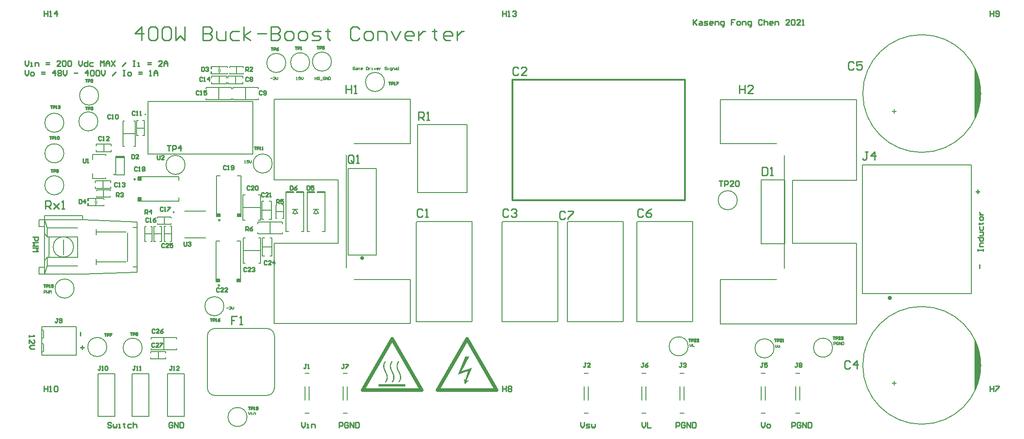
<source format=gto>
G04*
G04 #@! TF.GenerationSoftware,Altium Limited,Altium Designer,21.1.1 (26)*
G04*
G04 Layer_Color=65535*
%FSLAX25Y25*%
%MOIN*%
G70*
G04*
G04 #@! TF.SameCoordinates,8D04C4F7-E2C1-42FD-A476-B4637558DBC3*
G04*
G04*
G04 #@! TF.FilePolarity,Positive*
G04*
G01*
G75*
%ADD10C,0.00799*%
%ADD11C,0.00787*%
%ADD12C,0.01386*%
%ADD13C,0.01575*%
%ADD14C,0.00984*%
%ADD15C,0.00600*%
%ADD16C,0.00500*%
%ADD17C,0.01181*%
%ADD18C,0.02500*%
%ADD19C,0.00591*%
%ADD20C,0.00394*%
%ADD21C,0.00800*%
%ADD22C,0.01000*%
%ADD23R,0.02657X0.02165*%
%ADD24R,0.06299X0.01575*%
%ADD25R,0.02165X0.02657*%
G36*
X743915Y273874D02*
X745036Y270930D01*
X745939Y267911D01*
X746621Y264835D01*
X747078Y261718D01*
X747307Y258575D01*
Y255425D01*
X747078Y252282D01*
X746621Y249165D01*
X745939Y246089D01*
X745036Y243070D01*
X743915Y240125D01*
X743250Y238698D01*
Y275302D01*
X743915Y273874D01*
D02*
G37*
G36*
X366100Y52800D02*
X373800Y55100D01*
X369600Y45800D01*
X371300Y46100D01*
X368300Y42700D01*
X367700Y46800D01*
X368900Y46000D01*
X370700Y52700D01*
X363400Y50300D01*
X368700Y63400D01*
X371700D01*
X366100Y52800D01*
D02*
G37*
G36*
X319700Y60100D02*
X319800D01*
Y60000D01*
X320000D01*
Y59900D01*
X320100D01*
Y59800D01*
X320300D01*
Y59700D01*
X320200D01*
Y59600D01*
Y59500D01*
X320100D01*
Y59400D01*
X320000D01*
Y59300D01*
Y59200D01*
X319900D01*
Y59100D01*
X319800D01*
Y59000D01*
Y58900D01*
X319700D01*
Y58800D01*
Y58700D01*
X319600D01*
Y58600D01*
Y58500D01*
X319500D01*
Y58400D01*
Y58300D01*
Y58200D01*
X319400D01*
Y58100D01*
Y58000D01*
Y57900D01*
X319300D01*
Y57800D01*
Y57700D01*
Y57600D01*
X319200D01*
Y57500D01*
Y57400D01*
Y57300D01*
Y57200D01*
Y57100D01*
X319100D01*
Y57000D01*
Y56900D01*
Y56800D01*
Y56700D01*
Y56600D01*
Y56500D01*
Y56400D01*
Y56300D01*
Y56200D01*
Y56100D01*
Y56000D01*
Y55900D01*
Y55800D01*
X319200D01*
Y55700D01*
Y55600D01*
Y55500D01*
Y55400D01*
Y55300D01*
Y55200D01*
X319300D01*
Y55100D01*
Y55000D01*
Y54900D01*
Y54800D01*
X319400D01*
Y54700D01*
Y54600D01*
Y54500D01*
X319500D01*
Y54400D01*
Y54300D01*
X319600D01*
Y54200D01*
Y54100D01*
Y54000D01*
X319700D01*
Y53900D01*
Y53800D01*
X319800D01*
Y53700D01*
Y53600D01*
Y53500D01*
X319900D01*
Y53400D01*
Y53300D01*
X320000D01*
Y53200D01*
Y53100D01*
X320100D01*
Y53000D01*
Y52900D01*
X320200D01*
Y52800D01*
Y52700D01*
X320300D01*
Y52600D01*
Y52500D01*
X320400D01*
Y52400D01*
Y52300D01*
Y52200D01*
X320500D01*
Y52100D01*
Y52000D01*
X320600D01*
Y51900D01*
Y51800D01*
X320700D01*
Y51700D01*
Y51600D01*
X320800D01*
Y51500D01*
Y51400D01*
X320900D01*
Y51300D01*
Y51200D01*
X321000D01*
Y51100D01*
Y51000D01*
Y50900D01*
X321100D01*
Y50800D01*
Y50700D01*
X321200D01*
Y50600D01*
Y50500D01*
Y50400D01*
X321300D01*
Y50300D01*
Y50200D01*
Y50100D01*
X321400D01*
Y50000D01*
Y49900D01*
Y49800D01*
Y49700D01*
X321500D01*
Y49600D01*
Y49500D01*
Y49400D01*
Y49300D01*
X321600D01*
Y49200D01*
Y49100D01*
Y49000D01*
Y48900D01*
Y48800D01*
Y48700D01*
Y48600D01*
X321700D01*
Y48500D01*
Y48400D01*
Y48300D01*
Y48200D01*
Y48100D01*
Y48000D01*
Y47900D01*
Y47800D01*
Y47700D01*
X321600D01*
Y47600D01*
Y47500D01*
Y47400D01*
Y47300D01*
Y47200D01*
Y47100D01*
Y47000D01*
X321500D01*
Y46900D01*
Y46800D01*
Y46700D01*
Y46600D01*
X321400D01*
Y46500D01*
Y46400D01*
Y46300D01*
X321300D01*
Y46200D01*
Y46100D01*
Y46000D01*
X321200D01*
Y45900D01*
Y45800D01*
X321100D01*
Y45700D01*
Y45600D01*
X321000D01*
Y45500D01*
Y45400D01*
X320900D01*
Y45300D01*
Y45200D01*
X320800D01*
Y45100D01*
Y45000D01*
X320700D01*
Y44900D01*
X320600D01*
Y44800D01*
Y44700D01*
X320500D01*
Y44600D01*
Y44500D01*
X320400D01*
Y44400D01*
X320300D01*
Y44500D01*
X320200D01*
Y44600D01*
X320000D01*
Y44700D01*
X319900D01*
Y44800D01*
X319700D01*
Y44900D01*
Y45000D01*
X319800D01*
Y45100D01*
X319900D01*
Y45200D01*
Y45300D01*
X320000D01*
Y45400D01*
Y45500D01*
X320100D01*
Y45600D01*
Y45700D01*
X320200D01*
Y45800D01*
Y45900D01*
X320300D01*
Y46000D01*
Y46100D01*
X320400D01*
Y46200D01*
Y46300D01*
X320500D01*
Y46400D01*
Y46500D01*
Y46600D01*
X320600D01*
Y46700D01*
Y46800D01*
Y46900D01*
X320700D01*
Y47000D01*
Y47100D01*
Y47200D01*
Y47300D01*
X320800D01*
Y47400D01*
Y47500D01*
Y47600D01*
Y47700D01*
Y47800D01*
Y47900D01*
Y48000D01*
Y48100D01*
Y48200D01*
Y48300D01*
Y48400D01*
Y48500D01*
Y48600D01*
Y48700D01*
Y48800D01*
Y48900D01*
Y49000D01*
X320700D01*
Y49100D01*
Y49200D01*
Y49300D01*
Y49400D01*
Y49500D01*
X320600D01*
Y49600D01*
Y49700D01*
Y49800D01*
X320500D01*
Y49900D01*
Y50000D01*
Y50100D01*
X320400D01*
Y50200D01*
Y50300D01*
Y50400D01*
X320300D01*
Y50500D01*
Y50600D01*
Y50700D01*
X320200D01*
Y50800D01*
Y50900D01*
X320100D01*
Y51000D01*
Y51100D01*
X320000D01*
Y51200D01*
Y51300D01*
Y51400D01*
X319900D01*
Y51500D01*
Y51600D01*
X319800D01*
Y51700D01*
Y51800D01*
X319700D01*
Y51900D01*
Y52000D01*
X319600D01*
Y52100D01*
Y52200D01*
X319500D01*
Y52300D01*
Y52400D01*
X319400D01*
Y52500D01*
Y52600D01*
X319300D01*
Y52700D01*
Y52800D01*
X319200D01*
Y52900D01*
Y53000D01*
X319100D01*
Y53100D01*
Y53200D01*
Y53300D01*
X319000D01*
Y53400D01*
Y53500D01*
X318900D01*
Y53600D01*
Y53700D01*
X318800D01*
Y53800D01*
Y53900D01*
Y54000D01*
X318700D01*
Y54100D01*
Y54200D01*
Y54300D01*
X318600D01*
Y54400D01*
Y54500D01*
Y54600D01*
X318500D01*
Y54700D01*
Y54800D01*
Y54900D01*
Y55000D01*
X318400D01*
Y55100D01*
Y55200D01*
Y55300D01*
Y55400D01*
X318300D01*
Y55500D01*
Y55600D01*
Y55700D01*
Y55800D01*
Y55900D01*
Y56000D01*
Y56100D01*
Y56200D01*
Y56300D01*
Y56400D01*
Y56500D01*
Y56600D01*
Y56700D01*
Y56800D01*
Y56900D01*
Y57000D01*
Y57100D01*
Y57200D01*
Y57300D01*
Y57400D01*
X318400D01*
Y57500D01*
Y57600D01*
Y57700D01*
Y57800D01*
Y57900D01*
X318500D01*
Y58000D01*
Y58100D01*
Y58200D01*
X318600D01*
Y58300D01*
Y58400D01*
Y58500D01*
X318700D01*
Y58600D01*
Y58700D01*
X318800D01*
Y58800D01*
Y58900D01*
X318900D01*
Y59000D01*
Y59100D01*
X319000D01*
Y59200D01*
Y59300D01*
X319100D01*
Y59400D01*
Y59500D01*
X319200D01*
Y59600D01*
Y59700D01*
X319300D01*
Y59800D01*
X319400D01*
Y59900D01*
Y60000D01*
X319500D01*
Y60100D01*
X319600D01*
Y60200D01*
X319700D01*
Y60100D01*
D02*
G37*
G36*
X314800D02*
X314900D01*
Y60000D01*
X315100D01*
Y59900D01*
X315200D01*
Y59800D01*
X315400D01*
Y59700D01*
X315300D01*
Y59600D01*
Y59500D01*
X315200D01*
Y59400D01*
X315100D01*
Y59300D01*
Y59200D01*
X315000D01*
Y59100D01*
X314900D01*
Y59000D01*
Y58900D01*
X314800D01*
Y58800D01*
Y58700D01*
X314700D01*
Y58600D01*
Y58500D01*
X314600D01*
Y58400D01*
Y58300D01*
Y58200D01*
X314500D01*
Y58100D01*
Y58000D01*
X314400D01*
Y57900D01*
Y57800D01*
Y57700D01*
Y57600D01*
X314300D01*
Y57500D01*
Y57400D01*
Y57300D01*
Y57200D01*
Y57100D01*
X314200D01*
Y57000D01*
Y56900D01*
Y56800D01*
Y56700D01*
Y56600D01*
Y56500D01*
Y56400D01*
Y56300D01*
Y56200D01*
Y56100D01*
Y56000D01*
Y55900D01*
Y55800D01*
Y55700D01*
X314300D01*
Y55600D01*
Y55500D01*
Y55400D01*
Y55300D01*
Y55200D01*
X314400D01*
Y55100D01*
Y55000D01*
Y54900D01*
Y54800D01*
X314500D01*
Y54700D01*
Y54600D01*
Y54500D01*
X314600D01*
Y54400D01*
Y54300D01*
Y54200D01*
X314700D01*
Y54100D01*
Y54000D01*
X314800D01*
Y53900D01*
Y53800D01*
Y53700D01*
X314900D01*
Y53600D01*
Y53500D01*
X315000D01*
Y53400D01*
Y53300D01*
X315100D01*
Y53200D01*
Y53100D01*
X315200D01*
Y53000D01*
Y52900D01*
X315300D01*
Y52800D01*
Y52700D01*
X315400D01*
Y52600D01*
Y52500D01*
X315500D01*
Y52400D01*
Y52300D01*
Y52200D01*
X315600D01*
Y52100D01*
Y52000D01*
X315700D01*
Y51900D01*
Y51800D01*
X315800D01*
Y51700D01*
Y51600D01*
X315900D01*
Y51500D01*
Y51400D01*
X316000D01*
Y51300D01*
Y51200D01*
X316100D01*
Y51100D01*
Y51000D01*
Y50900D01*
X316200D01*
Y50800D01*
Y50700D01*
X316300D01*
Y50600D01*
Y50500D01*
Y50400D01*
X316400D01*
Y50300D01*
Y50200D01*
Y50100D01*
X316500D01*
Y50000D01*
Y49900D01*
Y49800D01*
Y49700D01*
X316600D01*
Y49600D01*
Y49500D01*
Y49400D01*
Y49300D01*
X316700D01*
Y49200D01*
Y49100D01*
Y49000D01*
Y48900D01*
Y48800D01*
Y48700D01*
Y48600D01*
Y48500D01*
X316800D01*
Y48400D01*
Y48300D01*
Y48200D01*
Y48100D01*
Y48000D01*
Y47900D01*
Y47800D01*
X316700D01*
Y47700D01*
Y47600D01*
Y47500D01*
Y47400D01*
Y47300D01*
Y47200D01*
Y47100D01*
X316600D01*
Y47000D01*
Y46900D01*
Y46800D01*
Y46700D01*
Y46600D01*
X316500D01*
Y46500D01*
Y46400D01*
Y46300D01*
X316400D01*
Y46200D01*
Y46100D01*
X316300D01*
Y46000D01*
Y45900D01*
Y45800D01*
X316200D01*
Y45700D01*
Y45600D01*
X316100D01*
Y45500D01*
Y45400D01*
X316000D01*
Y45300D01*
Y45200D01*
X315900D01*
Y45100D01*
Y45000D01*
X315800D01*
Y44900D01*
X315700D01*
Y44800D01*
Y44700D01*
X315600D01*
Y44600D01*
X315500D01*
Y44500D01*
Y44400D01*
X315400D01*
Y44500D01*
X315300D01*
Y44600D01*
X315100D01*
Y44700D01*
X315000D01*
Y44800D01*
X314800D01*
Y44900D01*
Y45000D01*
X314900D01*
Y45100D01*
Y45200D01*
X315000D01*
Y45300D01*
X315100D01*
Y45400D01*
Y45500D01*
X315200D01*
Y45600D01*
Y45700D01*
X315300D01*
Y45800D01*
Y45900D01*
X315400D01*
Y46000D01*
Y46100D01*
X315500D01*
Y46200D01*
Y46300D01*
X315600D01*
Y46400D01*
Y46500D01*
Y46600D01*
X315700D01*
Y46700D01*
Y46800D01*
Y46900D01*
X315800D01*
Y47000D01*
Y47100D01*
Y47200D01*
Y47300D01*
Y47400D01*
X315900D01*
Y47500D01*
Y47600D01*
Y47700D01*
Y47800D01*
Y47900D01*
Y48000D01*
Y48100D01*
Y48200D01*
Y48300D01*
Y48400D01*
Y48500D01*
Y48600D01*
Y48700D01*
Y48800D01*
Y48900D01*
Y49000D01*
X315800D01*
Y49100D01*
Y49200D01*
Y49300D01*
Y49400D01*
Y49500D01*
X315700D01*
Y49600D01*
Y49700D01*
Y49800D01*
X315600D01*
Y49900D01*
Y50000D01*
Y50100D01*
X315500D01*
Y50200D01*
Y50300D01*
Y50400D01*
X315400D01*
Y50500D01*
Y50600D01*
Y50700D01*
X315300D01*
Y50800D01*
Y50900D01*
X315200D01*
Y51000D01*
Y51100D01*
X315100D01*
Y51200D01*
Y51300D01*
Y51400D01*
X315000D01*
Y51500D01*
Y51600D01*
X314900D01*
Y51700D01*
Y51800D01*
X314800D01*
Y51900D01*
Y52000D01*
X314700D01*
Y52100D01*
Y52200D01*
X314600D01*
Y52300D01*
Y52400D01*
X314500D01*
Y52500D01*
Y52600D01*
X314400D01*
Y52700D01*
Y52800D01*
X314300D01*
Y52900D01*
Y53000D01*
X314200D01*
Y53100D01*
Y53200D01*
Y53300D01*
X314100D01*
Y53400D01*
Y53500D01*
X314000D01*
Y53600D01*
Y53700D01*
X313900D01*
Y53800D01*
Y53900D01*
Y54000D01*
X313800D01*
Y54100D01*
Y54200D01*
Y54300D01*
X313700D01*
Y54400D01*
Y54500D01*
Y54600D01*
X313600D01*
Y54700D01*
Y54800D01*
Y54900D01*
X313500D01*
Y55000D01*
Y55100D01*
Y55200D01*
Y55300D01*
Y55400D01*
X313400D01*
Y55500D01*
Y55600D01*
Y55700D01*
Y55800D01*
Y55900D01*
Y56000D01*
Y56100D01*
Y56200D01*
Y56300D01*
Y56400D01*
Y56500D01*
Y56600D01*
Y56700D01*
Y56800D01*
Y56900D01*
Y57000D01*
Y57100D01*
Y57200D01*
Y57300D01*
Y57400D01*
X313500D01*
Y57500D01*
Y57600D01*
Y57700D01*
Y57800D01*
Y57900D01*
X313600D01*
Y58000D01*
Y58100D01*
Y58200D01*
X313700D01*
Y58300D01*
Y58400D01*
Y58500D01*
X313800D01*
Y58600D01*
Y58700D01*
X313900D01*
Y58800D01*
Y58900D01*
X314000D01*
Y59000D01*
Y59100D01*
X314100D01*
Y59200D01*
Y59300D01*
X314200D01*
Y59400D01*
Y59500D01*
X314300D01*
Y59600D01*
Y59700D01*
X314400D01*
Y59800D01*
X314500D01*
Y59900D01*
Y60000D01*
X314600D01*
Y60100D01*
X314700D01*
Y60200D01*
X314800D01*
Y60100D01*
D02*
G37*
G36*
X309900D02*
X310000D01*
Y60000D01*
X310200D01*
Y59900D01*
X310300D01*
Y59800D01*
X310400D01*
Y59700D01*
Y59600D01*
Y59500D01*
X310300D01*
Y59400D01*
X310200D01*
Y59300D01*
Y59200D01*
X310100D01*
Y59100D01*
X310000D01*
Y59000D01*
Y58900D01*
X309900D01*
Y58800D01*
Y58700D01*
X309800D01*
Y58600D01*
Y58500D01*
X309700D01*
Y58400D01*
Y58300D01*
Y58200D01*
X309600D01*
Y58100D01*
Y58000D01*
X309500D01*
Y57900D01*
Y57800D01*
Y57700D01*
Y57600D01*
X309400D01*
Y57500D01*
Y57400D01*
Y57300D01*
Y57200D01*
Y57100D01*
X309300D01*
Y57000D01*
Y56900D01*
Y56800D01*
Y56700D01*
Y56600D01*
Y56500D01*
Y56400D01*
Y56300D01*
Y56200D01*
Y56100D01*
Y56000D01*
Y55900D01*
Y55800D01*
Y55700D01*
X309400D01*
Y55600D01*
Y55500D01*
Y55400D01*
Y55300D01*
Y55200D01*
X309500D01*
Y55100D01*
Y55000D01*
Y54900D01*
Y54800D01*
X309600D01*
Y54700D01*
Y54600D01*
Y54500D01*
X309700D01*
Y54400D01*
Y54300D01*
Y54200D01*
X309800D01*
Y54100D01*
Y54000D01*
X309900D01*
Y53900D01*
Y53800D01*
Y53700D01*
X310000D01*
Y53600D01*
Y53500D01*
X310100D01*
Y53400D01*
Y53300D01*
X310200D01*
Y53200D01*
Y53100D01*
X310300D01*
Y53000D01*
Y52900D01*
X310400D01*
Y52800D01*
Y52700D01*
X310500D01*
Y52600D01*
Y52500D01*
Y52400D01*
X310600D01*
Y52300D01*
Y52200D01*
X310700D01*
Y52100D01*
Y52000D01*
X310800D01*
Y51900D01*
Y51800D01*
X310900D01*
Y51700D01*
Y51600D01*
X311000D01*
Y51500D01*
Y51400D01*
X311100D01*
Y51300D01*
Y51200D01*
X311200D01*
Y51100D01*
Y51000D01*
Y50900D01*
X311300D01*
Y50800D01*
Y50700D01*
X311400D01*
Y50600D01*
Y50500D01*
Y50400D01*
X311500D01*
Y50300D01*
Y50200D01*
Y50100D01*
X311600D01*
Y50000D01*
Y49900D01*
Y49800D01*
Y49700D01*
X311700D01*
Y49600D01*
Y49500D01*
Y49400D01*
Y49300D01*
X311800D01*
Y49200D01*
Y49100D01*
Y49000D01*
Y48900D01*
Y48800D01*
Y48700D01*
Y48600D01*
Y48500D01*
X311900D01*
Y48400D01*
Y48300D01*
Y48200D01*
Y48100D01*
Y48000D01*
Y47900D01*
Y47800D01*
X311800D01*
Y47700D01*
Y47600D01*
Y47500D01*
Y47400D01*
Y47300D01*
Y47200D01*
Y47100D01*
X311700D01*
Y47000D01*
Y46900D01*
Y46800D01*
Y46700D01*
X311600D01*
Y46600D01*
Y46500D01*
Y46400D01*
Y46300D01*
X311500D01*
Y46200D01*
Y46100D01*
X311400D01*
Y46000D01*
Y45900D01*
Y45800D01*
X311300D01*
Y45700D01*
Y45600D01*
X311200D01*
Y45500D01*
Y45400D01*
X311100D01*
Y45300D01*
Y45200D01*
X311000D01*
Y45100D01*
Y45000D01*
X310900D01*
Y44900D01*
X310800D01*
Y44800D01*
Y44700D01*
X310700D01*
Y44600D01*
X310600D01*
Y44500D01*
Y44400D01*
X310500D01*
Y44500D01*
X310400D01*
Y44600D01*
X310200D01*
Y44700D01*
X310100D01*
Y44800D01*
X309900D01*
Y44900D01*
Y45000D01*
X310000D01*
Y45100D01*
Y45200D01*
X310100D01*
Y45300D01*
X310200D01*
Y45400D01*
Y45500D01*
X310300D01*
Y45600D01*
Y45700D01*
X310400D01*
Y45800D01*
Y45900D01*
X310500D01*
Y46000D01*
Y46100D01*
X310600D01*
Y46200D01*
Y46300D01*
X310700D01*
Y46400D01*
Y46500D01*
Y46600D01*
X310800D01*
Y46700D01*
Y46800D01*
Y46900D01*
X310900D01*
Y47000D01*
Y47100D01*
Y47200D01*
Y47300D01*
Y47400D01*
X311000D01*
Y47500D01*
Y47600D01*
Y47700D01*
Y47800D01*
Y47900D01*
Y48000D01*
Y48100D01*
Y48200D01*
Y48300D01*
Y48400D01*
Y48500D01*
Y48600D01*
Y48700D01*
Y48800D01*
Y48900D01*
Y49000D01*
X310900D01*
Y49100D01*
Y49200D01*
Y49300D01*
Y49400D01*
Y49500D01*
X310800D01*
Y49600D01*
Y49700D01*
Y49800D01*
X310700D01*
Y49900D01*
Y50000D01*
Y50100D01*
X310600D01*
Y50200D01*
Y50300D01*
Y50400D01*
X310500D01*
Y50500D01*
Y50600D01*
Y50700D01*
X310400D01*
Y50800D01*
Y50900D01*
X310300D01*
Y51000D01*
Y51100D01*
X310200D01*
Y51200D01*
Y51300D01*
X310100D01*
Y51400D01*
Y51500D01*
Y51600D01*
X310000D01*
Y51700D01*
Y51800D01*
X309900D01*
Y51900D01*
Y52000D01*
X309800D01*
Y52100D01*
Y52200D01*
X309700D01*
Y52300D01*
Y52400D01*
X309600D01*
Y52500D01*
Y52600D01*
X309500D01*
Y52700D01*
Y52800D01*
X309400D01*
Y52900D01*
Y53000D01*
X309300D01*
Y53100D01*
Y53200D01*
Y53300D01*
X309200D01*
Y53400D01*
Y53500D01*
X309100D01*
Y53600D01*
Y53700D01*
X309000D01*
Y53800D01*
Y53900D01*
Y54000D01*
X308900D01*
Y54100D01*
Y54200D01*
Y54300D01*
X308800D01*
Y54400D01*
Y54500D01*
Y54600D01*
X308700D01*
Y54700D01*
Y54800D01*
Y54900D01*
X308600D01*
Y55000D01*
Y55100D01*
Y55200D01*
Y55300D01*
Y55400D01*
X308500D01*
Y55500D01*
Y55600D01*
Y55700D01*
Y55800D01*
Y55900D01*
Y56000D01*
Y56100D01*
Y56200D01*
Y56300D01*
Y56400D01*
Y56500D01*
Y56600D01*
Y56700D01*
Y56800D01*
Y56900D01*
Y57000D01*
Y57100D01*
Y57200D01*
Y57300D01*
Y57400D01*
X308600D01*
Y57500D01*
Y57600D01*
Y57700D01*
Y57800D01*
Y57900D01*
X308700D01*
Y58000D01*
Y58100D01*
Y58200D01*
X308800D01*
Y58300D01*
Y58400D01*
Y58500D01*
X308900D01*
Y58600D01*
Y58700D01*
X309000D01*
Y58800D01*
Y58900D01*
X309100D01*
Y59000D01*
Y59100D01*
X309200D01*
Y59200D01*
Y59300D01*
X309300D01*
Y59400D01*
Y59500D01*
X309400D01*
Y59600D01*
Y59700D01*
X309500D01*
Y59800D01*
X309600D01*
Y59900D01*
Y60000D01*
X309700D01*
Y60100D01*
X309800D01*
Y60200D01*
X309900D01*
Y60100D01*
D02*
G37*
G36*
X324900Y41600D02*
X305200D01*
Y43000D01*
X324900D01*
Y41600D01*
D02*
G37*
G36*
X743915Y73874D02*
X745036Y70930D01*
X745939Y67911D01*
X746621Y64835D01*
X747078Y61718D01*
X747307Y58575D01*
Y55425D01*
X747078Y52282D01*
X746621Y49165D01*
X745939Y46089D01*
X745036Y43070D01*
X743915Y40126D01*
X743250Y38698D01*
Y75302D01*
X743915Y73874D01*
D02*
G37*
G36*
X684126Y243972D02*
X685496D01*
Y243396D01*
X684126D01*
Y242025D01*
X683542D01*
Y243396D01*
X682172D01*
Y243972D01*
X683542D01*
Y245357D01*
X684126D01*
Y243972D01*
D02*
G37*
G36*
Y43972D02*
X685496D01*
Y43396D01*
X684126D01*
Y42025D01*
X683542D01*
Y43396D01*
X682172D01*
Y43972D01*
X683542D01*
Y45357D01*
X684126D01*
Y43972D01*
D02*
G37*
D10*
X131500Y70000D02*
G03*
X131500Y70000I-7000J0D01*
G01*
X105500Y70500D02*
G03*
X105500Y70500I-7000J0D01*
G01*
X208500Y19000D02*
G03*
X208500Y19000I-7000J0D01*
G01*
X638500Y70000D02*
G03*
X638500Y70000I-7000J0D01*
G01*
X595500Y69500D02*
G03*
X595500Y69500I-7000J0D01*
G01*
X532500Y71000D02*
G03*
X532500Y71000I-7000J0D01*
G01*
X309500Y265500D02*
G03*
X309500Y265500I-7000J0D01*
G01*
X74000Y189500D02*
G03*
X74000Y189500I-7000J0D01*
G01*
Y235500D02*
G03*
X74000Y235500I-7000J0D01*
G01*
Y213000D02*
G03*
X74000Y213000I-7000J0D01*
G01*
X99500Y255500D02*
G03*
X99500Y255500I-7000J0D01*
G01*
X99000Y236500D02*
G03*
X99000Y236500I-7000J0D01*
G01*
X191500Y100500D02*
G03*
X191500Y100500I-7000J0D01*
G01*
X81500Y113500D02*
G03*
X81500Y113500I-7000J0D01*
G01*
X270500Y280500D02*
G03*
X270500Y280500I-7000J0D01*
G01*
X237000Y279500D02*
G03*
X237000Y279500I-7000J0D01*
G01*
X254500Y280000D02*
G03*
X254500Y280000I-7000J0D01*
G01*
X568500Y178500D02*
G03*
X568500Y178500I-7000J0D01*
G01*
X163000Y204500D02*
G03*
X163000Y204500I-7000J0D01*
G01*
X227000Y205500D02*
G03*
X227000Y205500I-7000J0D01*
G01*
D11*
X179394Y40405D02*
G03*
X184906Y34894I5512J0D01*
G01*
X228606Y78594D02*
G03*
X223095Y84106I-5512J0D01*
G01*
X184906D02*
G03*
X179394Y78594I0J-5512D01*
G01*
X223095Y34894D02*
G03*
X228606Y40405I0J5512D01*
G01*
X743250Y238698D02*
G03*
X743250Y275302I-39250J18302D01*
G01*
X747307Y257000D02*
G03*
X747307Y257000I-43307J0D01*
G01*
X743250Y38698D02*
G03*
X743250Y75302I-39250J18302D01*
G01*
X747307Y57000D02*
G03*
X747307Y57000I-43307J0D01*
G01*
X111414Y197395D02*
G03*
X111414Y197395I-394J0D01*
G01*
X154988Y169675D02*
G03*
X154988Y169675I-394J0D01*
G01*
X134142Y241642D02*
G03*
X134142Y241642I-394J0D01*
G01*
X184906Y84106D02*
X223095D01*
X179394Y40405D02*
Y78594D01*
X184906Y34894D02*
X223095D01*
X228606Y40405D02*
Y78594D01*
X333900Y183980D02*
X352000D01*
X333900D02*
Y234000D01*
X370100D01*
Y183980D02*
Y234000D01*
X352000Y183980D02*
X370100D01*
X586110Y146378D02*
X603478D01*
Y193322D01*
X586122D02*
X603478D01*
X586110Y193310D02*
X586122Y193322D01*
X586110Y146378D02*
Y193310D01*
X443921Y162221D02*
X444413Y162713D01*
X484669D01*
X443921Y89091D02*
Y162221D01*
Y89091D02*
X484374D01*
X484669Y89386D01*
Y162713D01*
X494921Y162221D02*
X495413Y162713D01*
X535669D01*
X494921Y89091D02*
Y162221D01*
Y89091D02*
X535374D01*
X535669Y89386D01*
Y162713D01*
X743250Y238698D02*
Y275302D01*
Y38698D02*
Y75302D01*
X395921Y162221D02*
X396413Y162713D01*
X436669D01*
X395921Y89091D02*
Y162221D01*
Y89091D02*
X436374D01*
X436669Y89386D01*
Y162713D01*
X332921Y162221D02*
X333413Y162713D01*
X373669D01*
X332921Y89091D02*
Y162221D01*
Y89091D02*
X373374D01*
X373669Y89386D01*
Y162713D01*
X59000Y77500D02*
Y82500D01*
X57902Y83500D02*
X59000Y82500D01*
X57902Y76500D02*
X59000Y77500D01*
X57902Y66500D02*
X59000Y67500D01*
X57902Y73500D02*
X59000Y72500D01*
Y67500D02*
Y72500D01*
X83098Y64764D02*
Y85630D01*
X57902D02*
X83098D01*
X57902Y64370D02*
Y85630D01*
Y64370D02*
X83098D01*
Y64764D01*
X259100Y168131D02*
Y168919D01*
Y171675D02*
Y172069D01*
X257525Y168919D02*
X261069D01*
X259100Y171675D02*
X261069Y168919D01*
X257525D02*
X259100Y171675D01*
X257132D02*
X261069D01*
X260100Y184864D02*
X265600D01*
Y155600D02*
Y184864D01*
X260100Y184100D02*
Y184864D01*
Y184100D02*
X265600D01*
X252600D02*
X258100D01*
Y184864D01*
X263726Y155600D02*
X265600D01*
X252600Y184864D02*
X258100D01*
X252600Y155600D02*
X254474D01*
X252600D02*
Y184864D01*
X243700Y168131D02*
Y168919D01*
Y171675D02*
Y172069D01*
X242125Y168919D02*
X245669D01*
X243700Y171675D02*
X245669Y168919D01*
X242125D02*
X243700Y171675D01*
X241732D02*
X245669D01*
X244700Y184864D02*
X250200D01*
Y155600D02*
Y184864D01*
X244700Y184100D02*
Y184864D01*
Y184100D02*
X250200D01*
X237200D02*
X242700D01*
Y184864D01*
X248326Y155600D02*
X250200D01*
X237200Y184864D02*
X242700D01*
X237200Y155600D02*
X239074D01*
X237200D02*
Y184864D01*
X225488Y153669D02*
Y162331D01*
X216433Y153669D02*
Y154850D01*
Y153669D02*
X234543D01*
Y154850D01*
Y161150D02*
Y162331D01*
X216433D02*
X234543D01*
X216433Y161150D02*
Y162331D01*
X188702Y166439D02*
Y168605D01*
X186045D02*
X188702D01*
X201498D02*
X204155D01*
X201498Y166439D02*
Y168605D01*
Y196361D02*
X204155D01*
X201498Y166439D02*
X204155D01*
X186045Y196361D02*
X188702D01*
X186045Y166439D02*
X188702D01*
X204155D02*
Y196361D01*
X186045Y166439D02*
Y196361D01*
X112150Y210780D02*
X118450D01*
Y197001D02*
Y210780D01*
X112150Y197001D02*
X118450D01*
X112150D02*
Y210780D01*
X128439Y195955D02*
X158361D01*
X128439Y177845D02*
X158361D01*
X128439Y193298D02*
Y195955D01*
X158361Y193298D02*
Y195955D01*
X128439Y177845D02*
Y180502D01*
X158361Y177845D02*
Y180502D01*
X128439D02*
X130605D01*
Y177845D02*
Y180502D01*
Y193298D02*
Y195955D01*
X128439Y193298D02*
X130605D01*
X185745Y118439D02*
Y148361D01*
X203855Y118439D02*
Y148361D01*
X185745Y118439D02*
X188402D01*
X185745Y148361D02*
X188402D01*
X201198Y118439D02*
X203855D01*
X201198Y148361D02*
X203855D01*
X201198Y118439D02*
Y120605D01*
X203855D01*
X185745D02*
X188402D01*
Y118439D02*
Y120605D01*
D12*
X293800Y136000D02*
G03*
X293800Y136000I-800J0D01*
G01*
D13*
X681337Y106602D02*
G03*
X681337Y106602I-787J0D01*
G01*
D14*
X188604Y163880D02*
G03*
X188604Y163880I-492J0D01*
G01*
X126372Y193888D02*
G03*
X126372Y193888I-492J0D01*
G01*
X188304Y115880D02*
G03*
X188304Y115880I-492J0D01*
G01*
D15*
X81100Y144100D02*
G03*
X81100Y144100I-7500J0D01*
G01*
X282736Y138100D02*
X303536D01*
X282736D02*
Y201900D01*
X303536D01*
Y138100D02*
Y201900D01*
X282736Y138600D02*
Y201400D01*
X59600Y124100D02*
Y129100D01*
Y159100D02*
Y164100D01*
X120600Y133600D02*
Y154600D01*
X127600Y158600D02*
Y162600D01*
X124600Y158600D02*
X127600D01*
Y129600D02*
Y158600D01*
X124600Y129600D02*
X127600D01*
X61600Y130100D02*
X84100D01*
X61600Y158100D02*
X84100D01*
X97600Y131100D02*
Y133100D01*
X119600D01*
X97600Y155100D02*
Y157100D01*
Y155100D02*
X119600D01*
X97600Y133100D02*
Y135100D01*
Y153100D02*
Y155100D01*
X87600Y164100D02*
Y167100D01*
X84100Y136600D02*
Y151600D01*
X59600Y134100D02*
Y154100D01*
Y134100D02*
X61600Y136600D01*
X59600Y124100D02*
X87600D01*
X59600D02*
X61600Y130100D01*
Y136600D01*
X63100D01*
X84100D01*
X63100Y151600D02*
X84100D01*
X63100Y136600D02*
Y151600D01*
X59600Y167100D02*
X87600D01*
X59600Y164100D02*
X87600D01*
X59600D02*
X61600Y158100D01*
X59600Y154100D02*
Y159100D01*
Y154100D02*
X61600Y151600D01*
Y158100D01*
Y151600D02*
X63100D01*
X73600Y138600D02*
Y149600D01*
X59600Y164100D02*
Y167100D01*
X55600Y164100D02*
X59600D01*
X55600Y159100D02*
Y164100D01*
X127600Y125600D02*
Y129600D01*
X87600Y124100D02*
X127600Y125600D01*
X87600Y164100D02*
X127600Y162600D01*
X55600Y124100D02*
X59600D01*
X55600Y159100D02*
X59600D01*
Y129100D02*
Y134100D01*
X55600Y129100D02*
X59600D01*
X55600Y124100D02*
Y129100D01*
D16*
X556000Y220000D02*
X597457D01*
X602929Y128543D02*
Y211457D01*
X656000Y193287D02*
Y252500D01*
X609110Y193287D02*
X656000D01*
X609110Y146713D02*
Y193287D01*
Y146713D02*
X656000D01*
Y87500D02*
Y146713D01*
X556000Y87500D02*
X656000D01*
X556000D02*
Y120000D01*
X597457D01*
X556000Y220000D02*
Y252500D01*
X656000D01*
X228500Y87700D02*
X328500D01*
Y120200D01*
X287043Y220200D02*
X328500D01*
Y252700D01*
X228500D02*
X328500D01*
X228500Y193487D02*
Y252700D01*
Y193487D02*
X275390D01*
Y146913D02*
Y193487D01*
X228500Y146913D02*
X275390D01*
X228500Y87700D02*
Y146913D01*
X281571Y128743D02*
Y211657D01*
X287043Y120200D02*
X328500D01*
X611425Y51264D02*
X614575D01*
X611425Y21736D02*
X614575D01*
X611425Y31500D02*
Y41500D01*
X614575Y31500D02*
Y41500D01*
X278925Y51264D02*
X282075D01*
X278925Y21736D02*
X282075D01*
X278925Y31500D02*
Y41500D01*
X282075Y31500D02*
Y41500D01*
X498425Y21736D02*
X501575D01*
X498425Y51264D02*
X501575D01*
Y31500D02*
Y41500D01*
X498425Y31500D02*
Y41500D01*
X585925Y21736D02*
X589075D01*
X585925Y51264D02*
X589075D01*
Y31500D02*
Y41500D01*
X585925Y31500D02*
Y41500D01*
X660549Y109650D02*
Y204350D01*
X740549D01*
Y109650D02*
Y204350D01*
X660549Y109650D02*
X740549D01*
X526425Y21736D02*
X529575D01*
X526425Y51264D02*
X529575D01*
Y31500D02*
Y41500D01*
X526425Y31500D02*
Y41500D01*
X455925Y21736D02*
X459075D01*
X455925Y51264D02*
X459075D01*
Y31500D02*
Y41500D01*
X455925Y31500D02*
Y41500D01*
X250925Y21736D02*
X254075D01*
X250925Y51264D02*
X254075D01*
Y31500D02*
Y41500D01*
X250925Y31500D02*
Y41500D01*
X94987Y194442D02*
X104613D01*
X94987Y212158D02*
X104613D01*
Y211568D02*
Y212158D01*
Y194442D02*
Y195032D01*
X94987Y208497D02*
Y212158D01*
Y194442D02*
Y198103D01*
X162833Y150659D02*
X178167D01*
X162833Y170541D02*
X178167D01*
X150137Y50791D02*
X162263D01*
Y19610D02*
Y50791D01*
X150137Y19610D02*
X162263D01*
X150137D02*
Y50791D01*
X124137D02*
X136263D01*
Y19610D02*
Y50791D01*
X124137Y19610D02*
X136263D01*
X124137D02*
Y50791D01*
X99137D02*
X111263D01*
Y19610D02*
Y50791D01*
X99137Y19610D02*
X111263D01*
X99137D02*
Y50791D01*
X135914Y212509D02*
Y251091D01*
Y212509D02*
X212686D01*
Y251091D01*
X135914D02*
X212686D01*
D17*
X404000Y267000D02*
X530000D01*
Y178500D02*
Y267000D01*
X403500Y178500D02*
X530000D01*
X403500Y267000D02*
X404000D01*
X403500D02*
X404000D01*
X403500Y265500D02*
Y267000D01*
Y178750D02*
Y265500D01*
Y178500D02*
Y178750D01*
D18*
X315000Y76336D02*
X336700Y38750D01*
X293300D02*
X315000Y76336D01*
X293300Y38750D02*
X336700D01*
X348300D02*
X370000Y76336D01*
X391700Y38750D01*
X348300D02*
X391700D01*
D19*
X200600Y271344D02*
Y276856D01*
X205600Y271344D02*
Y272100D01*
X195600Y271344D02*
X205600D01*
X195600D02*
Y272100D01*
Y276100D02*
Y276856D01*
X205600D01*
Y276100D02*
Y276856D01*
X187953Y271344D02*
Y272722D01*
Y275478D02*
Y276856D01*
X181953Y273100D02*
X182453D01*
X181953Y271344D02*
Y273100D01*
Y271344D02*
X182453D01*
X181953Y275100D02*
X182453D01*
X181953D02*
Y276856D01*
X182453D01*
X193953Y271344D02*
Y272100D01*
X182047Y271344D02*
X193953D01*
X182453D02*
Y273100D01*
Y275100D02*
Y276856D01*
X182047D02*
X193953D01*
Y276100D02*
Y276856D01*
X97246Y187144D02*
Y188325D01*
Y187144D02*
X108269D01*
Y188325D01*
Y191475D02*
Y192656D01*
X97246D02*
X108269D01*
X97246Y191475D02*
Y192656D01*
X102758Y187144D02*
Y192656D01*
X103000Y180644D02*
Y186156D01*
X108000Y180644D02*
Y181400D01*
X98000Y180644D02*
X108000D01*
X98000D02*
Y181400D01*
Y185400D02*
Y186156D01*
X108000D01*
Y185400D02*
Y186156D01*
X97500Y174444D02*
Y175822D01*
Y178578D02*
Y179956D01*
X91500Y176200D02*
X92000D01*
X91500Y174444D02*
Y176200D01*
Y174444D02*
X92000D01*
X91500Y178200D02*
X92000D01*
X91500D02*
Y179956D01*
X92000D01*
X103500Y174444D02*
Y175200D01*
X91594Y174444D02*
X103500D01*
X92000D02*
Y176200D01*
Y178200D02*
Y179956D01*
X91594D02*
X103500D01*
Y179200D02*
Y179956D01*
X140244Y153743D02*
X145756D01*
X140244Y148231D02*
X141425D01*
X140244D02*
Y159254D01*
X141425D01*
X144575D02*
X145756D01*
Y148231D02*
Y159254D01*
X144575Y148231D02*
X145756D01*
X219257Y171150D02*
X226343D01*
X219257Y177843D02*
X220831D01*
X219257Y164457D02*
Y177843D01*
Y164457D02*
X220831D01*
X224768D02*
X226343D01*
Y177843D01*
X224768D02*
X226343D01*
X229744Y170059D02*
X235256D01*
X234500Y175059D02*
X235256D01*
Y165059D02*
Y175059D01*
X234500Y165059D02*
X235256D01*
X229744D02*
X230500D01*
X229744D02*
Y175059D01*
X230500D01*
X205502Y163750D02*
X206979D01*
X205502D02*
Y182450D01*
X206979D01*
X216821D02*
X218298D01*
Y163750D02*
Y182450D01*
X216821Y163750D02*
X218298D01*
X205502Y173100D02*
X218298D01*
X219757Y144250D02*
X226843D01*
X219757Y150943D02*
X221332D01*
X219757Y137557D02*
Y150943D01*
Y137557D02*
X221332D01*
X225269D02*
X226843D01*
Y150943D01*
X225269D02*
X226843D01*
X205702Y132238D02*
X207179D01*
X205702D02*
Y150939D01*
X207179D01*
X217021D02*
X218498D01*
Y132238D02*
Y150939D01*
X217021Y132238D02*
X218498D01*
X205702Y141588D02*
X218498D01*
X199943Y264144D02*
Y269656D01*
X194431Y268475D02*
Y269656D01*
X205454D01*
Y268475D02*
Y269656D01*
Y264144D02*
Y265325D01*
X194431Y264144D02*
X205454D01*
X194431D02*
Y265325D01*
X143342Y61744D02*
Y67256D01*
X148854Y61744D02*
Y62925D01*
X137831Y61744D02*
X148854D01*
X137831D02*
Y62925D01*
Y66075D02*
Y67256D01*
X148854D01*
Y66075D02*
Y67256D01*
X156642Y76445D02*
Y77429D01*
X137941D02*
X156642D01*
X137941Y76445D02*
Y77429D01*
Y68571D02*
Y69555D01*
Y68571D02*
X156642D01*
Y69555D01*
X147291Y68571D02*
Y77429D01*
X147659Y160644D02*
Y166156D01*
X142659Y165400D02*
Y166156D01*
X152659D01*
Y165400D02*
Y166156D01*
Y160644D02*
Y161400D01*
X142659Y160644D02*
X152659D01*
X142659D02*
Y161400D01*
X151975Y148288D02*
X153156D01*
Y159312D01*
X151975D02*
X153156D01*
X147644D02*
X148825D01*
X147644Y148288D02*
Y159312D01*
Y148288D02*
X148825D01*
X147644Y153800D02*
X153156D01*
X133344Y153700D02*
X138856D01*
X133344Y148188D02*
X134525D01*
X133344D02*
Y159212D01*
X134525D01*
X137675D02*
X138856D01*
Y148188D02*
Y159212D01*
X137675Y148188D02*
X138856D01*
X187709Y252571D02*
Y261429D01*
X178358Y260445D02*
Y261429D01*
X197059D01*
Y260445D02*
Y261429D01*
Y252571D02*
Y253555D01*
X178358Y252571D02*
X197059D01*
X178358D02*
Y253555D01*
X182431Y264144D02*
Y265325D01*
Y264144D02*
X193454D01*
Y265325D01*
Y268475D02*
Y269656D01*
X182431D02*
X193454D01*
X182431Y268475D02*
Y269656D01*
X187943Y264144D02*
Y269656D01*
X108812Y218575D02*
Y219756D01*
X97788D02*
X108812D01*
X97788Y218575D02*
Y219756D01*
Y214244D02*
Y215425D01*
Y214244D02*
X108812D01*
Y215425D01*
X103300Y214244D02*
Y219756D01*
X131775Y225988D02*
X132956D01*
Y237012D01*
X131775D02*
X132956D01*
X127444D02*
X128625D01*
X127444Y225988D02*
Y237012D01*
Y225988D02*
X128625D01*
X127444Y231500D02*
X132956D01*
X117571Y227591D02*
X126429D01*
X117571Y218241D02*
X118555D01*
X117571D02*
Y236942D01*
X118555D01*
X125445D02*
X126429D01*
Y218241D02*
Y236942D01*
X125445Y218241D02*
X126429D01*
X207291Y252571D02*
Y261429D01*
X197941Y260445D02*
Y261429D01*
X216642D01*
Y260445D02*
Y261429D01*
Y252571D02*
Y253555D01*
X197941Y252571D02*
X216642D01*
X197941D02*
Y253555D01*
D20*
X187264Y274100D02*
X188642Y275084D01*
Y274100D02*
Y275084D01*
X187264Y274100D02*
Y274986D01*
Y273214D02*
Y274100D01*
X188642Y273116D02*
Y274100D01*
X187264D02*
X188642Y273116D01*
X96811Y177200D02*
X98189Y178184D01*
Y177200D02*
Y178184D01*
X96811Y177200D02*
Y178086D01*
Y176314D02*
Y177200D01*
X98189Y176216D02*
Y177200D01*
X96811D02*
X98189Y176216D01*
D21*
X533800Y72799D02*
Y71466D01*
X534466Y70800D01*
X535133Y71466D01*
Y72799D01*
X535799D02*
Y70800D01*
X537132D01*
X596300Y72299D02*
Y70966D01*
X596966Y70300D01*
X597633Y70966D01*
Y72299D01*
X598633Y70300D02*
X599299D01*
X599632Y70633D01*
Y71300D01*
X599299Y71633D01*
X598633D01*
X598299Y71300D01*
Y70633D01*
X598633Y70300D01*
X639300Y72300D02*
Y74299D01*
X640300D01*
X640633Y73966D01*
Y73300D01*
X640300Y72966D01*
X639300D01*
X642632Y73966D02*
X642299Y74299D01*
X641633D01*
X641299Y73966D01*
Y72633D01*
X641633Y72300D01*
X642299D01*
X642632Y72633D01*
Y73300D01*
X641966D01*
X643299Y72300D02*
Y74299D01*
X644632Y72300D01*
Y74299D01*
X645298D02*
Y72300D01*
X646298D01*
X646631Y72633D01*
Y73966D01*
X646298Y74299D01*
X645298D01*
X209800Y22799D02*
Y21466D01*
X210466Y20800D01*
X211133Y21466D01*
Y22799D01*
X211799Y20800D02*
X212466D01*
X212133D01*
Y22133D01*
X211799D01*
X213465Y20800D02*
Y22133D01*
X214465D01*
X214798Y21800D01*
Y20800D01*
X287633Y276133D02*
X287300Y276466D01*
X286633D01*
X286300Y276133D01*
Y274800D01*
X286633Y274466D01*
X287300D01*
X287633Y274800D01*
Y275466D01*
X286966D01*
X288633Y275799D02*
X289299D01*
X289632Y275466D01*
Y274466D01*
X288633D01*
X288299Y274800D01*
X288633Y275133D01*
X289632D01*
X290632Y276133D02*
Y275799D01*
X290299D01*
X290965D01*
X290632D01*
Y274800D01*
X290965Y274466D01*
X292965D02*
X292298D01*
X291965Y274800D01*
Y275466D01*
X292298Y275799D01*
X292965D01*
X293298Y275466D01*
Y275133D01*
X291965D01*
X295964Y276466D02*
Y274466D01*
X296963D01*
X297296Y274800D01*
Y276133D01*
X296963Y276466D01*
X295964D01*
X297963Y275799D02*
Y274466D01*
Y275133D01*
X298296Y275466D01*
X298629Y275799D01*
X298963D01*
X299962Y274466D02*
X300629D01*
X300295D01*
Y275799D01*
X299962D01*
X301628D02*
X302295Y274466D01*
X302961Y275799D01*
X304627Y274466D02*
X303961D01*
X303628Y274800D01*
Y275466D01*
X303961Y275799D01*
X304627D01*
X304961Y275466D01*
Y275133D01*
X303628D01*
X305627Y275799D02*
Y274466D01*
Y275133D01*
X305960Y275466D01*
X306294Y275799D01*
X306627D01*
X310959Y276133D02*
X310625Y276466D01*
X309959D01*
X309626Y276133D01*
Y275799D01*
X309959Y275466D01*
X310625D01*
X310959Y275133D01*
Y274800D01*
X310625Y274466D01*
X309959D01*
X309626Y274800D01*
X311625Y274466D02*
X312292D01*
X311958D01*
Y275799D01*
X311625D01*
X313958Y273800D02*
X314291D01*
X314624Y274133D01*
Y275799D01*
X313625D01*
X313291Y275466D01*
Y274800D01*
X313625Y274466D01*
X314624D01*
X315291D02*
Y275799D01*
X316290D01*
X316623Y275466D01*
Y274466D01*
X317623Y275799D02*
X318290D01*
X318623Y275466D01*
Y274466D01*
X317623D01*
X317290Y274800D01*
X317623Y275133D01*
X318623D01*
X319289Y274466D02*
X319956D01*
X319622D01*
Y276466D01*
X319289D01*
X206800Y205800D02*
X207466D01*
X207133D01*
Y207799D01*
X206800Y207466D01*
X209799Y207799D02*
X208466D01*
Y206800D01*
X209133Y207133D01*
X209466D01*
X209799Y206800D01*
Y206133D01*
X209466Y205800D01*
X208799D01*
X208466Y206133D01*
X210466Y207799D02*
Y206466D01*
X211132Y205800D01*
X211798Y206466D01*
Y207799D01*
X193300Y99300D02*
X194633D01*
X195299Y99966D02*
X195633Y100299D01*
X196299D01*
X196632Y99966D01*
Y99633D01*
X196299Y99300D01*
X195966D01*
X196299D01*
X196632Y98966D01*
Y98633D01*
X196299Y98300D01*
X195633D01*
X195299Y98633D01*
X197299Y100299D02*
Y98966D01*
X197965Y98300D01*
X198632Y98966D01*
Y100299D01*
X59300Y110300D02*
Y112299D01*
X60300D01*
X60633Y111966D01*
Y111300D01*
X60300Y110967D01*
X59300D01*
X61299Y112299D02*
Y110300D01*
X61966Y110967D01*
X62632Y110300D01*
Y112299D01*
X63299Y110300D02*
Y112299D01*
X63965Y111633D01*
X64632Y112299D01*
Y110300D01*
X258300Y269299D02*
Y267300D01*
Y268300D01*
X259633D01*
Y269299D01*
Y267300D01*
X261632Y268966D02*
X261299Y269299D01*
X260633D01*
X260299Y268966D01*
Y268633D01*
X260633Y268300D01*
X261299D01*
X261632Y267966D01*
Y267633D01*
X261299Y267300D01*
X260633D01*
X260299Y267633D01*
X262299Y266967D02*
X263632D01*
X265631Y268966D02*
X265298Y269299D01*
X264631D01*
X264298Y268966D01*
Y267633D01*
X264631Y267300D01*
X265298D01*
X265631Y267633D01*
Y268300D01*
X264965D01*
X266297Y267300D02*
Y269299D01*
X267630Y267300D01*
Y269299D01*
X268297D02*
Y267300D01*
X269296D01*
X269630Y267633D01*
Y268966D01*
X269296Y269299D01*
X268297D01*
X244800Y267300D02*
X245466D01*
X245133D01*
Y269299D01*
X244800Y268966D01*
X247799Y269299D02*
X246466D01*
Y268300D01*
X247133Y268633D01*
X247466D01*
X247799Y268300D01*
Y267633D01*
X247466Y267300D01*
X246799D01*
X246466Y267633D01*
X248465Y269299D02*
Y267966D01*
X249132Y267300D01*
X249798Y267966D01*
Y269299D01*
X225800Y268300D02*
X227133D01*
X227799Y268966D02*
X228133Y269299D01*
X228799D01*
X229132Y268966D01*
Y268633D01*
X228799Y268300D01*
X228466D01*
X228799D01*
X229132Y267966D01*
Y267633D01*
X228799Y267300D01*
X228133D01*
X227799Y267633D01*
X229799Y269299D02*
Y267966D01*
X230465Y267300D01*
X231132Y267966D01*
Y269299D01*
D22*
X536000Y311332D02*
Y307333D01*
Y308666D01*
X538666Y311332D01*
X536666Y309332D01*
X538666Y307333D01*
X540665Y309999D02*
X541998D01*
X542664Y309332D01*
Y307333D01*
X540665D01*
X539999Y307999D01*
X540665Y308666D01*
X542664D01*
X543997Y307333D02*
X545997D01*
X546663Y307999D01*
X545997Y308666D01*
X544664D01*
X543997Y309332D01*
X544664Y309999D01*
X546663D01*
X549996Y307333D02*
X548663D01*
X547996Y307999D01*
Y309332D01*
X548663Y309999D01*
X549996D01*
X550662Y309332D01*
Y308666D01*
X547996D01*
X551995Y307333D02*
Y309999D01*
X553994D01*
X554661Y309332D01*
Y307333D01*
X557327Y306000D02*
X557993D01*
X558659Y306666D01*
Y309999D01*
X556660D01*
X555994Y309332D01*
Y307999D01*
X556660Y307333D01*
X558659D01*
X566657Y311332D02*
X563991D01*
Y309332D01*
X565324D01*
X563991D01*
Y307333D01*
X568656D02*
X569989D01*
X570655Y307999D01*
Y309332D01*
X569989Y309999D01*
X568656D01*
X567990Y309332D01*
Y307999D01*
X568656Y307333D01*
X571988D02*
Y309999D01*
X573988D01*
X574654Y309332D01*
Y307333D01*
X577320Y306000D02*
X577986D01*
X578653Y306666D01*
Y309999D01*
X576653D01*
X575987Y309332D01*
Y307999D01*
X576653Y307333D01*
X578653D01*
X586650Y310665D02*
X585984Y311332D01*
X584651D01*
X583985Y310665D01*
Y307999D01*
X584651Y307333D01*
X585984D01*
X586650Y307999D01*
X587983Y311332D02*
Y307333D01*
Y309332D01*
X588650Y309999D01*
X589983D01*
X590649Y309332D01*
Y307333D01*
X593981D02*
X592648D01*
X591982Y307999D01*
Y309332D01*
X592648Y309999D01*
X593981D01*
X594648Y309332D01*
Y308666D01*
X591982D01*
X595981Y307333D02*
Y309999D01*
X597980D01*
X598646Y309332D01*
Y307333D01*
X606644D02*
X603978D01*
X606644Y309999D01*
Y310665D01*
X605977Y311332D01*
X604644D01*
X603978Y310665D01*
X607977D02*
X608643Y311332D01*
X609976D01*
X610643Y310665D01*
Y307999D01*
X609976Y307333D01*
X608643D01*
X607977Y307999D01*
Y310665D01*
X614641Y307333D02*
X611975D01*
X614641Y309999D01*
Y310665D01*
X613975Y311332D01*
X612642D01*
X611975Y310665D01*
X615974Y307333D02*
X617307D01*
X616641D01*
Y311332D01*
X615974Y310665D01*
X45500Y273999D02*
Y271333D01*
X46833Y270000D01*
X48166Y271333D01*
Y273999D01*
X50165Y270000D02*
X51498D01*
X52165Y270666D01*
Y271999D01*
X51498Y272666D01*
X50165D01*
X49499Y271999D01*
Y270666D01*
X50165Y270000D01*
X57496Y271333D02*
X60162D01*
X57496Y272666D02*
X60162D01*
X67493Y270000D02*
Y273999D01*
X65494Y271999D01*
X68159D01*
X69492Y273332D02*
X70159Y273999D01*
X71492D01*
X72158Y273332D01*
Y272666D01*
X71492Y271999D01*
X72158Y271333D01*
Y270666D01*
X71492Y270000D01*
X70159D01*
X69492Y270666D01*
Y271333D01*
X70159Y271999D01*
X69492Y272666D01*
Y273332D01*
X70159Y271999D02*
X71492D01*
X73491Y273999D02*
Y271333D01*
X74824Y270000D01*
X76157Y271333D01*
Y273999D01*
X81488Y271999D02*
X84154D01*
X91485Y270000D02*
Y273999D01*
X89486Y271999D01*
X92152D01*
X93484Y273332D02*
X94151Y273999D01*
X95484D01*
X96150Y273332D01*
Y270666D01*
X95484Y270000D01*
X94151D01*
X93484Y270666D01*
Y273332D01*
X97483D02*
X98150Y273999D01*
X99483D01*
X100149Y273332D01*
Y270666D01*
X99483Y270000D01*
X98150D01*
X97483Y270666D01*
Y273332D01*
X101482Y273999D02*
Y271333D01*
X102815Y270000D01*
X104148Y271333D01*
Y273999D01*
X109479Y270000D02*
X112145Y272666D01*
X117477Y273999D02*
X118810D01*
X118143D01*
Y270000D01*
X117477D01*
X118810D01*
X121476D02*
X122808D01*
X123475Y270666D01*
Y271999D01*
X122808Y272666D01*
X121476D01*
X120809Y271999D01*
Y270666D01*
X121476Y270000D01*
X128806Y271333D02*
X131472D01*
X128806Y272666D02*
X131472D01*
X136804Y270000D02*
X138137D01*
X137470D01*
Y273999D01*
X136804Y273332D01*
X140136Y270000D02*
Y272666D01*
X141469Y273999D01*
X142802Y272666D01*
Y270000D01*
Y271999D01*
X140136D01*
X45500Y280999D02*
Y278333D01*
X46833Y277000D01*
X48166Y278333D01*
Y280999D01*
X49499Y277000D02*
X50832D01*
X50165D01*
Y279666D01*
X49499D01*
X52831Y277000D02*
Y279666D01*
X54830D01*
X55497Y278999D01*
Y277000D01*
X60828Y278333D02*
X63494D01*
X60828Y279666D02*
X63494D01*
X71492Y277000D02*
X68826D01*
X71492Y279666D01*
Y280332D01*
X70825Y280999D01*
X69492D01*
X68826Y280332D01*
X72825D02*
X73491Y280999D01*
X74824D01*
X75490Y280332D01*
Y277666D01*
X74824Y277000D01*
X73491D01*
X72825Y277666D01*
Y280332D01*
X76823D02*
X77490Y280999D01*
X78823D01*
X79489Y280332D01*
Y277666D01*
X78823Y277000D01*
X77490D01*
X76823Y277666D01*
Y280332D01*
X84821Y280999D02*
Y278333D01*
X86154Y277000D01*
X87486Y278333D01*
Y280999D01*
X91485D02*
Y277000D01*
X89486D01*
X88819Y277666D01*
Y278999D01*
X89486Y279666D01*
X91485D01*
X95484D02*
X93484D01*
X92818Y278999D01*
Y277666D01*
X93484Y277000D01*
X95484D01*
X100815D02*
Y280999D01*
X102148Y279666D01*
X103481Y280999D01*
Y277000D01*
X104814D02*
Y279666D01*
X106147Y280999D01*
X107480Y279666D01*
Y277000D01*
Y278999D01*
X104814D01*
X108813Y280999D02*
X111479Y277000D01*
Y280999D02*
X108813Y277000D01*
X116810D02*
X119476Y279666D01*
X124808Y280999D02*
X126141D01*
X125474D01*
Y277000D01*
X124808D01*
X126141D01*
X128140D02*
X129473D01*
X128806D01*
Y279666D01*
X128140D01*
X135471Y278333D02*
X138137D01*
X135471Y279666D02*
X138137D01*
X146134Y277000D02*
X143468D01*
X146134Y279666D01*
Y280332D01*
X145468Y280999D01*
X144135D01*
X143468Y280332D01*
X147467Y277000D02*
Y279666D01*
X148800Y280999D01*
X150133Y279666D01*
Y277000D01*
Y278999D01*
X147467D01*
X130998Y296000D02*
Y305997D01*
X126000Y300998D01*
X132665D01*
X135997Y304331D02*
X137663Y305997D01*
X140995D01*
X142661Y304331D01*
Y297666D01*
X140995Y296000D01*
X137663D01*
X135997Y297666D01*
Y304331D01*
X145993D02*
X147660Y305997D01*
X150992D01*
X152658Y304331D01*
Y297666D01*
X150992Y296000D01*
X147660D01*
X145993Y297666D01*
Y304331D01*
X155990Y305997D02*
Y296000D01*
X159323Y299332D01*
X162655Y296000D01*
Y305997D01*
X175984D02*
Y296000D01*
X180982D01*
X182648Y297666D01*
Y299332D01*
X180982Y300998D01*
X175984D01*
X180982D01*
X182648Y302664D01*
Y304331D01*
X180982Y305997D01*
X175984D01*
X185981Y302664D02*
Y297666D01*
X187647Y296000D01*
X192645D01*
Y302664D01*
X202642D02*
X197643D01*
X195977Y300998D01*
Y297666D01*
X197643Y296000D01*
X202642D01*
X205974D02*
Y305997D01*
Y299332D02*
X210972Y302664D01*
X205974Y299332D02*
X210972Y296000D01*
X215971Y300998D02*
X222635D01*
X225968Y305997D02*
Y296000D01*
X230966D01*
X232632Y297666D01*
Y299332D01*
X230966Y300998D01*
X225968D01*
X230966D01*
X232632Y302664D01*
Y304331D01*
X230966Y305997D01*
X225968D01*
X237631Y296000D02*
X240963D01*
X242629Y297666D01*
Y300998D01*
X240963Y302664D01*
X237631D01*
X235964Y300998D01*
Y297666D01*
X237631Y296000D01*
X247627D02*
X250960D01*
X252626Y297666D01*
Y300998D01*
X250960Y302664D01*
X247627D01*
X245961Y300998D01*
Y297666D01*
X247627Y296000D01*
X255958D02*
X260956D01*
X262622Y297666D01*
X260956Y299332D01*
X257624D01*
X255958Y300998D01*
X257624Y302664D01*
X262622D01*
X267621Y304331D02*
Y302664D01*
X265955D01*
X269287D01*
X267621D01*
Y297666D01*
X269287Y296000D01*
X290947Y304331D02*
X289281Y305997D01*
X285948D01*
X284282Y304331D01*
Y297666D01*
X285948Y296000D01*
X289281D01*
X290947Y297666D01*
X295945Y296000D02*
X299277D01*
X300943Y297666D01*
Y300998D01*
X299277Y302664D01*
X295945D01*
X294279Y300998D01*
Y297666D01*
X295945Y296000D01*
X304276D02*
Y302664D01*
X309274D01*
X310940Y300998D01*
Y296000D01*
X314272Y302664D02*
X317605Y296000D01*
X320937Y302664D01*
X329268Y296000D02*
X325935D01*
X324269Y297666D01*
Y300998D01*
X325935Y302664D01*
X329268D01*
X330934Y300998D01*
Y299332D01*
X324269D01*
X334266Y302664D02*
Y296000D01*
Y299332D01*
X335932Y300998D01*
X337598Y302664D01*
X339264D01*
X345929Y304331D02*
Y302664D01*
X344263D01*
X347595D01*
X345929D01*
Y297666D01*
X347595Y296000D01*
X357592D02*
X354260D01*
X352593Y297666D01*
Y300998D01*
X354260Y302664D01*
X357592D01*
X359258Y300998D01*
Y299332D01*
X352593D01*
X362590Y302664D02*
Y296000D01*
Y299332D01*
X364256Y300998D01*
X365922Y302664D01*
X367589D01*
X108666Y14332D02*
X107999Y14999D01*
X106667D01*
X106000Y14332D01*
Y13666D01*
X106667Y12999D01*
X107999D01*
X108666Y12333D01*
Y11666D01*
X107999Y11000D01*
X106667D01*
X106000Y11666D01*
X109999Y13666D02*
Y11666D01*
X110665Y11000D01*
X111332Y11666D01*
X111998Y11000D01*
X112664Y11666D01*
Y13666D01*
X113997Y11000D02*
X115330D01*
X114664D01*
Y13666D01*
X113997D01*
X117996Y14332D02*
Y13666D01*
X117330D01*
X118663D01*
X117996D01*
Y11666D01*
X118663Y11000D01*
X123328Y13666D02*
X121328D01*
X120662Y12999D01*
Y11666D01*
X121328Y11000D01*
X123328D01*
X124661Y14999D02*
Y11000D01*
Y12999D01*
X125327Y13666D01*
X126660D01*
X127326Y12999D01*
Y11000D01*
X153666Y14332D02*
X152999Y14999D01*
X151666D01*
X151000Y14332D01*
Y11666D01*
X151666Y11000D01*
X152999D01*
X153666Y11666D01*
Y12999D01*
X152333D01*
X154999Y11000D02*
Y14999D01*
X157665Y11000D01*
Y14999D01*
X158997D02*
Y11000D01*
X160997D01*
X161663Y11666D01*
Y14332D01*
X160997Y14999D01*
X158997D01*
X746500Y128500D02*
Y131166D01*
X745167Y183500D02*
Y186166D01*
X743834Y184833D02*
X746500D01*
X745001Y141000D02*
Y142333D01*
Y141666D01*
X749000D01*
Y141000D01*
Y142333D01*
Y144332D02*
X746334D01*
Y146332D01*
X747001Y146998D01*
X749000D01*
X745001Y150997D02*
X749000D01*
Y148997D01*
X748334Y148331D01*
X747001D01*
X746334Y148997D01*
Y150997D01*
Y152330D02*
X748334D01*
X749000Y152996D01*
Y154996D01*
X746334D01*
Y158994D02*
Y156995D01*
X747001Y156328D01*
X748334D01*
X749000Y156995D01*
Y158994D01*
X745668Y160994D02*
X746334D01*
Y160327D01*
Y161660D01*
Y160994D01*
X748334D01*
X749000Y161660D01*
Y164326D02*
Y165659D01*
X748334Y166325D01*
X747001D01*
X746334Y165659D01*
Y164326D01*
X747001Y163659D01*
X748334D01*
X749000Y164326D01*
X746334Y167658D02*
X749000D01*
X747667D01*
X747001Y168324D01*
X746334Y168991D01*
Y169657D01*
X453500Y14999D02*
Y12333D01*
X454833Y11000D01*
X456166Y12333D01*
Y14999D01*
X457499Y11000D02*
X459498D01*
X460164Y11666D01*
X459498Y12333D01*
X458165D01*
X457499Y12999D01*
X458165Y13666D01*
X460164D01*
X461497D02*
Y11666D01*
X462164Y11000D01*
X462830Y11666D01*
X463497Y11000D01*
X464163Y11666D01*
Y13666D01*
X498500Y14999D02*
Y12333D01*
X499833Y11000D01*
X501166Y12333D01*
Y14999D01*
X502499D02*
Y11000D01*
X505164D01*
X586000Y14999D02*
Y12333D01*
X587333Y11000D01*
X588666Y12333D01*
Y14999D01*
X590665Y11000D02*
X591998D01*
X592664Y11666D01*
Y12999D01*
X591998Y13666D01*
X590665D01*
X589999Y12999D01*
Y11666D01*
X590665Y11000D01*
X608500D02*
Y14999D01*
X610499D01*
X611166Y14332D01*
Y12999D01*
X610499Y12333D01*
X608500D01*
X615165Y14332D02*
X614498Y14999D01*
X613165D01*
X612499Y14332D01*
Y11666D01*
X613165Y11000D01*
X614498D01*
X615165Y11666D01*
Y12999D01*
X613832D01*
X616497Y11000D02*
Y14999D01*
X619163Y11000D01*
Y14999D01*
X620496D02*
Y11000D01*
X622496D01*
X623162Y11666D01*
Y14332D01*
X622496Y14999D01*
X620496D01*
X523500Y11000D02*
Y14999D01*
X525499D01*
X526166Y14332D01*
Y12999D01*
X525499Y12333D01*
X523500D01*
X530164Y14332D02*
X529498Y14999D01*
X528165D01*
X527499Y14332D01*
Y11666D01*
X528165Y11000D01*
X529498D01*
X530164Y11666D01*
Y12999D01*
X528832D01*
X531497Y11000D02*
Y14999D01*
X534163Y11000D01*
Y14999D01*
X535496D02*
Y11000D01*
X537496D01*
X538162Y11666D01*
Y14332D01*
X537496Y14999D01*
X535496D01*
X276000Y11000D02*
Y14999D01*
X277999D01*
X278666Y14332D01*
Y12999D01*
X277999Y12333D01*
X276000D01*
X282664Y14332D02*
X281998Y14999D01*
X280665D01*
X279999Y14332D01*
Y11666D01*
X280665Y11000D01*
X281998D01*
X282664Y11666D01*
Y12999D01*
X281332D01*
X283997Y11000D02*
Y14999D01*
X286663Y11000D01*
Y14999D01*
X287996D02*
Y11000D01*
X289996D01*
X290662Y11666D01*
Y14332D01*
X289996Y14999D01*
X287996D01*
X248500D02*
Y12333D01*
X249833Y11000D01*
X251166Y12333D01*
Y14999D01*
X252499Y11000D02*
X253832D01*
X253165D01*
Y13666D01*
X252499D01*
X255831Y11000D02*
Y13666D01*
X257830D01*
X258497Y12999D01*
Y11000D01*
X51000Y151500D02*
X54999D01*
Y149501D01*
X54332Y148834D01*
X52999D01*
X52333Y149501D01*
Y151500D01*
X54999Y147501D02*
X51000D01*
X52333Y146168D01*
X51000Y144835D01*
X54999D01*
X51000Y143503D02*
X54999D01*
X53666Y142170D01*
X54999Y140837D01*
X51000D01*
X86000Y81500D02*
Y78834D01*
X87333Y71500D02*
Y68834D01*
X88666Y70167D02*
X86000D01*
X48500Y79000D02*
Y77667D01*
Y78334D01*
X52499D01*
X51832Y79000D01*
X48500Y73002D02*
Y75668D01*
X51166Y73002D01*
X51832D01*
X52499Y73668D01*
Y75001D01*
X51832Y75668D01*
X52499Y71669D02*
X49833D01*
X48500Y70336D01*
X49833Y69003D01*
X52499D01*
X638834Y78000D02*
X640167D01*
X639501D01*
Y76000D01*
X640834D02*
Y78000D01*
X641834D01*
X642167Y77666D01*
Y77000D01*
X641834Y76667D01*
X640834D01*
X644166Y76000D02*
X642833D01*
X644166Y77333D01*
Y77666D01*
X643833Y78000D01*
X643166D01*
X642833Y77666D01*
X644833D02*
X645166Y78000D01*
X645832D01*
X646166Y77666D01*
Y77333D01*
X645832Y77000D01*
X645499D01*
X645832D01*
X646166Y76667D01*
Y76334D01*
X645832Y76000D01*
X645166D01*
X644833Y76334D01*
X532834Y76500D02*
X534167D01*
X533501D01*
Y74500D01*
X534834D02*
Y76500D01*
X535834D01*
X536167Y76166D01*
Y75500D01*
X535834Y75167D01*
X534834D01*
X538166Y74500D02*
X536833D01*
X538166Y75833D01*
Y76166D01*
X537833Y76500D01*
X537167D01*
X536833Y76166D01*
X540166Y74500D02*
X538833D01*
X540166Y75833D01*
Y76166D01*
X539832Y76500D01*
X539166D01*
X538833Y76166D01*
X595668Y76500D02*
X597001D01*
X596334D01*
Y74500D01*
X597667D02*
Y76500D01*
X598667D01*
X599000Y76166D01*
Y75500D01*
X598667Y75167D01*
X597667D01*
X600999Y74500D02*
X599666D01*
X600999Y75833D01*
Y76166D01*
X600666Y76500D01*
X600000D01*
X599666Y76166D01*
X601666Y74500D02*
X602332D01*
X601999D01*
Y76500D01*
X601666Y76166D01*
X555100Y192899D02*
X557766D01*
X556433D01*
Y188900D01*
X559099D02*
Y192899D01*
X561098D01*
X561764Y192232D01*
Y190899D01*
X561098Y190233D01*
X559099D01*
X565763Y188900D02*
X563097D01*
X565763Y191566D01*
Y192232D01*
X565097Y192899D01*
X563764D01*
X563097Y192232D01*
X567096D02*
X567763Y192899D01*
X569096D01*
X569762Y192232D01*
Y189567D01*
X569096Y188900D01*
X567763D01*
X567096Y189567D01*
Y192232D01*
X209501Y26500D02*
X210834D01*
X210168D01*
Y24500D01*
X211501D02*
Y26500D01*
X212500D01*
X212833Y26166D01*
Y25500D01*
X212500Y25167D01*
X211501D01*
X213500Y24500D02*
X214166D01*
X213833D01*
Y26500D01*
X213500Y26166D01*
X215166Y24834D02*
X215499Y24500D01*
X216166D01*
X216499Y24834D01*
Y26166D01*
X216166Y26500D01*
X215499D01*
X215166Y26166D01*
Y25833D01*
X215499Y25500D01*
X216499D01*
X312501Y265500D02*
X313834D01*
X313168D01*
Y263500D01*
X314500D02*
Y265500D01*
X315500D01*
X315833Y265166D01*
Y264500D01*
X315500Y264167D01*
X314500D01*
X316500Y263500D02*
X317166D01*
X316833D01*
Y265500D01*
X316500Y265166D01*
X318166Y265500D02*
X319499D01*
Y265166D01*
X318166Y263834D01*
Y263500D01*
X181501Y91500D02*
X182834D01*
X182168D01*
Y89500D01*
X183501D02*
Y91500D01*
X184500D01*
X184833Y91167D01*
Y90500D01*
X184500Y90167D01*
X183501D01*
X185500Y89500D02*
X186166D01*
X185833D01*
Y91500D01*
X185500Y91167D01*
X188499Y91500D02*
X187832Y91167D01*
X187166Y90500D01*
Y89834D01*
X187499Y89500D01*
X188166D01*
X188499Y89834D01*
Y90167D01*
X188166Y90500D01*
X187166D01*
X59001Y116500D02*
X60334D01*
X59668D01*
Y114500D01*
X61001D02*
Y116500D01*
X62000D01*
X62333Y116166D01*
Y115500D01*
X62000Y115167D01*
X61001D01*
X63000Y114500D02*
X63666D01*
X63333D01*
Y116500D01*
X63000Y116166D01*
X65999Y116500D02*
X64666D01*
Y115500D01*
X65332Y115833D01*
X65666D01*
X65999Y115500D01*
Y114834D01*
X65666Y114500D01*
X64999D01*
X64666Y114834D01*
X64001Y248000D02*
X65334D01*
X64668D01*
Y246000D01*
X66000D02*
Y248000D01*
X67000D01*
X67333Y247667D01*
Y247000D01*
X67000Y246667D01*
X66000D01*
X68000Y246000D02*
X68666D01*
X68333D01*
Y248000D01*
X68000Y247667D01*
X69666D02*
X69999Y248000D01*
X70666D01*
X70999Y247667D01*
Y247333D01*
X70666Y247000D01*
X70332D01*
X70666D01*
X70999Y246667D01*
Y246334D01*
X70666Y246000D01*
X69999D01*
X69666Y246334D01*
X213600Y217899D02*
X214933D01*
X214266D01*
Y215900D01*
X215599D02*
Y217899D01*
X216599D01*
X216932Y217566D01*
Y216900D01*
X216599Y216566D01*
X215599D01*
X217599Y215900D02*
X218265D01*
X217932D01*
Y217899D01*
X217599Y217566D01*
X219265Y215900D02*
X219931D01*
X219598D01*
Y217899D01*
X219265Y217566D01*
X63501Y225500D02*
X64834D01*
X64168D01*
Y223500D01*
X65500D02*
Y225500D01*
X66500D01*
X66833Y225167D01*
Y224500D01*
X66500Y224167D01*
X65500D01*
X67500Y223500D02*
X68166D01*
X67833D01*
Y225500D01*
X67500Y225167D01*
X69166D02*
X69499Y225500D01*
X70166D01*
X70499Y225167D01*
Y223834D01*
X70166Y223500D01*
X69499D01*
X69166Y223834D01*
Y225167D01*
X64334Y201000D02*
X65667D01*
X65001D01*
Y199000D01*
X66334D02*
Y201000D01*
X67333D01*
X67666Y200666D01*
Y200000D01*
X67333Y199667D01*
X66334D01*
X68333Y199334D02*
X68666Y199000D01*
X69333D01*
X69666Y199334D01*
Y200666D01*
X69333Y201000D01*
X68666D01*
X68333Y200666D01*
Y200333D01*
X68666Y200000D01*
X69666D01*
X122834Y81000D02*
X124167D01*
X123501D01*
Y79000D01*
X124834D02*
Y81000D01*
X125833D01*
X126166Y80667D01*
Y80000D01*
X125833Y79667D01*
X124834D01*
X126833Y80667D02*
X127166Y81000D01*
X127833D01*
X128166Y80667D01*
Y80333D01*
X127833Y80000D01*
X128166Y79667D01*
Y79334D01*
X127833Y79000D01*
X127166D01*
X126833Y79334D01*
Y79667D01*
X127166Y80000D01*
X126833Y80333D01*
Y80667D01*
X127166Y80000D02*
X127833D01*
X103834Y80500D02*
X105167D01*
X104501D01*
Y78500D01*
X105833D02*
Y80500D01*
X106833D01*
X107167Y80167D01*
Y79500D01*
X106833Y79167D01*
X105833D01*
X107833Y80500D02*
X109166D01*
Y80167D01*
X107833Y78834D01*
Y78500D01*
X226100Y290899D02*
X227433D01*
X226766D01*
Y288900D01*
X228099D02*
Y290899D01*
X229099D01*
X229432Y290566D01*
Y289900D01*
X229099Y289566D01*
X228099D01*
X231432Y290899D02*
X230765Y290566D01*
X230099Y289900D01*
Y289233D01*
X230432Y288900D01*
X231098D01*
X231432Y289233D01*
Y289566D01*
X231098Y289900D01*
X230099D01*
X259600Y291899D02*
X260933D01*
X260266D01*
Y289900D01*
X261599D02*
Y291899D01*
X262599D01*
X262932Y291566D01*
Y290900D01*
X262599Y290566D01*
X261599D01*
X264932Y291899D02*
X263599D01*
Y290900D01*
X264265Y291233D01*
X264598D01*
X264932Y290900D01*
Y290233D01*
X264598Y289900D01*
X263932D01*
X263599Y290233D01*
X149600Y218899D02*
X152266D01*
X150933D01*
Y214900D01*
X153599D02*
Y218899D01*
X155598D01*
X156264Y218232D01*
Y216899D01*
X155598Y216233D01*
X153599D01*
X159597Y214900D02*
Y218899D01*
X157597Y216899D01*
X160263D01*
X89834Y247000D02*
X91167D01*
X90501D01*
Y245000D01*
X91834D02*
Y247000D01*
X92833D01*
X93166Y246667D01*
Y246000D01*
X92833Y245667D01*
X91834D01*
X93833Y246667D02*
X94166Y247000D01*
X94833D01*
X95166Y246667D01*
Y246333D01*
X94833Y246000D01*
X94499D01*
X94833D01*
X95166Y245667D01*
Y245334D01*
X94833Y245000D01*
X94166D01*
X93833Y245334D01*
X89834Y267500D02*
X91167D01*
X90501D01*
Y265500D01*
X91834D02*
Y267500D01*
X92833D01*
X93166Y267166D01*
Y266500D01*
X92833Y266167D01*
X91834D01*
X95166Y265500D02*
X93833D01*
X95166Y266833D01*
Y267166D01*
X94833Y267500D01*
X94166D01*
X93833Y267166D01*
X243600Y291399D02*
X244933D01*
X244266D01*
Y289400D01*
X245599D02*
Y291399D01*
X246599D01*
X246932Y291066D01*
Y290400D01*
X246599Y290066D01*
X245599D01*
X247599Y289400D02*
X248265D01*
X247932D01*
Y291399D01*
X247599Y291066D01*
X59400Y317799D02*
Y313800D01*
Y315799D01*
X62066D01*
Y317799D01*
Y313800D01*
X63399D02*
X64732D01*
X64065D01*
Y317799D01*
X63399Y317132D01*
X68730Y313800D02*
Y317799D01*
X66731Y315799D01*
X69397D01*
X396200Y317799D02*
Y313800D01*
Y315799D01*
X398866D01*
Y317799D01*
Y313800D01*
X400199D02*
X401532D01*
X400865D01*
Y317799D01*
X400199Y317132D01*
X403531D02*
X404197Y317799D01*
X405530D01*
X406197Y317132D01*
Y316466D01*
X405530Y315799D01*
X404864D01*
X405530D01*
X406197Y315133D01*
Y314466D01*
X405530Y313800D01*
X404197D01*
X403531Y314466D01*
X59400Y41799D02*
Y37800D01*
Y39799D01*
X62066D01*
Y41799D01*
Y37800D01*
X63399D02*
X64732D01*
X64065D01*
Y41799D01*
X63399Y41132D01*
X66731D02*
X67397Y41799D01*
X68730D01*
X69397Y41132D01*
Y38466D01*
X68730Y37800D01*
X67397D01*
X66731Y38466D01*
Y41132D01*
X754200Y317799D02*
Y313800D01*
Y315799D01*
X756866D01*
Y317799D01*
Y313800D01*
X758199Y314466D02*
X758865Y313800D01*
X760198D01*
X760864Y314466D01*
Y317132D01*
X760198Y317799D01*
X758865D01*
X758199Y317132D01*
Y316466D01*
X758865Y315799D01*
X760864D01*
X396200Y41799D02*
Y37800D01*
Y39799D01*
X398866D01*
Y41799D01*
Y37800D01*
X400199Y41132D02*
X400865Y41799D01*
X402198D01*
X402865Y41132D01*
Y40466D01*
X402198Y39799D01*
X402865Y39133D01*
Y38466D01*
X402198Y37800D01*
X400865D01*
X400199Y38466D01*
Y39133D01*
X400865Y39799D01*
X400199Y40466D01*
Y41132D01*
X400865Y39799D02*
X402198D01*
X754200Y41799D02*
Y37800D01*
Y39799D01*
X756866D01*
Y41799D01*
Y37800D01*
X758199Y41799D02*
X760864D01*
Y41132D01*
X758199Y38466D01*
Y37800D01*
X230001Y176000D02*
Y178999D01*
X231500D01*
X232000Y178500D01*
Y177500D01*
X231500Y177000D01*
X230001D01*
X231000D02*
X232000Y176000D01*
X234999Y178999D02*
X233000D01*
Y177500D01*
X233999Y178000D01*
X234499D01*
X234999Y177500D01*
Y176500D01*
X234499Y176000D01*
X233500D01*
X233000Y176500D01*
X570002Y262999D02*
Y257001D01*
Y260000D01*
X574000D01*
Y262999D01*
Y257001D01*
X579998D02*
X576000D01*
X579998Y261000D01*
Y261999D01*
X578999Y262999D01*
X576999D01*
X576000Y261999D01*
X140499Y73099D02*
X139999Y73599D01*
X139000D01*
X138500Y73099D01*
Y71100D01*
X139000Y70600D01*
X139999D01*
X140499Y71100D01*
X143498Y70600D02*
X141499D01*
X143498Y72599D01*
Y73099D01*
X142999Y73599D01*
X141999D01*
X141499Y73099D01*
X144498Y73599D02*
X146497D01*
Y73099D01*
X144498Y71100D01*
Y70600D01*
X140599Y83199D02*
X140100Y83699D01*
X139100D01*
X138600Y83199D01*
Y81200D01*
X139100Y80700D01*
X140100D01*
X140599Y81200D01*
X143598Y80700D02*
X141599D01*
X143598Y82699D01*
Y83199D01*
X143099Y83699D01*
X142099D01*
X141599Y83199D01*
X146597Y83699D02*
X145598Y83199D01*
X144598Y82200D01*
Y81200D01*
X145098Y80700D01*
X146098D01*
X146597Y81200D01*
Y81700D01*
X146098Y82200D01*
X144598D01*
X281001Y262999D02*
Y257001D01*
Y260000D01*
X285000D01*
Y262999D01*
Y257001D01*
X286999D02*
X288999D01*
X287999D01*
Y262999D01*
X286999Y261999D01*
X162201Y147899D02*
Y145400D01*
X162701Y144901D01*
X163700D01*
X164200Y145400D01*
Y147899D01*
X165200Y147400D02*
X165700Y147899D01*
X166699D01*
X167199Y147400D01*
Y146900D01*
X166699Y146400D01*
X166200D01*
X166699D01*
X167199Y145900D01*
Y145400D01*
X166699Y144901D01*
X165700D01*
X165200Y145400D01*
X60502Y172001D02*
Y177999D01*
X63501D01*
X64501Y176999D01*
Y175000D01*
X63501Y174000D01*
X60502D01*
X62502D02*
X64501Y172001D01*
X66500Y176000D02*
X70499Y172001D01*
X68500Y174000D01*
X70499Y176000D01*
X66500Y172001D01*
X72498D02*
X74498D01*
X73498D01*
Y177999D01*
X72498Y176999D01*
X207501Y156000D02*
Y159000D01*
X209000D01*
X209500Y158500D01*
Y157500D01*
X209000Y157000D01*
X207501D01*
X208501D02*
X209500Y156000D01*
X212499Y159000D02*
X211500Y158500D01*
X210500Y157500D01*
Y156500D01*
X211000Y156000D01*
X211999D01*
X212499Y156500D01*
Y157000D01*
X211999Y157500D01*
X210500D01*
X133501Y168500D02*
Y171500D01*
X135000D01*
X135500Y171000D01*
Y170000D01*
X135000Y169500D01*
X133501D01*
X134501D02*
X135500Y168500D01*
X137999D02*
Y171500D01*
X136500Y170000D01*
X138499D01*
X153393Y56378D02*
X152475D01*
X152934D01*
Y54082D01*
X152475Y53623D01*
X152015D01*
X151556Y54082D01*
X154311Y53623D02*
X155230D01*
X154770D01*
Y56378D01*
X154311Y55918D01*
X158444Y53623D02*
X156607D01*
X158444Y55459D01*
Y55918D01*
X157985Y56378D01*
X157066D01*
X156607Y55918D01*
X126352Y56378D02*
X125434D01*
X125893D01*
Y54082D01*
X125434Y53623D01*
X124975D01*
X124515Y54082D01*
X127270Y53623D02*
X128189D01*
X127730D01*
Y56378D01*
X127270Y55918D01*
X129566Y53623D02*
X130485D01*
X130025D01*
Y56378D01*
X129566Y55918D01*
X100893Y56378D02*
X99975D01*
X100434D01*
Y54082D01*
X99975Y53623D01*
X99515D01*
X99056Y54082D01*
X101811Y53623D02*
X102730D01*
X102270D01*
Y56378D01*
X101811Y55918D01*
X104107D02*
X104566Y56378D01*
X105485D01*
X105944Y55918D01*
Y54082D01*
X105485Y53623D01*
X104566D01*
X104107Y54082D01*
Y55918D01*
X69500Y91500D02*
X68501D01*
X69000D01*
Y89000D01*
X68501Y88500D01*
X68001D01*
X67501Y89000D01*
X70500D02*
X71000Y88500D01*
X71999D01*
X72499Y89000D01*
Y91000D01*
X71999Y91500D01*
X71000D01*
X70500Y91000D01*
Y90500D01*
X71000Y90000D01*
X72499D01*
X240001Y188999D02*
Y186001D01*
X241500D01*
X242000Y186500D01*
Y188500D01*
X241500Y188999D01*
X240001D01*
X244999D02*
X244000Y188500D01*
X243000Y187500D01*
Y186500D01*
X243500Y186001D01*
X244499D01*
X244999Y186500D01*
Y187000D01*
X244499Y187500D01*
X243000D01*
X252501Y188999D02*
Y186001D01*
X254000D01*
X254500Y186500D01*
Y188500D01*
X254000Y188999D01*
X252501D01*
X257499D02*
X255500D01*
Y187500D01*
X256500Y188000D01*
X256999D01*
X257499Y187500D01*
Y186500D01*
X256999Y186001D01*
X256000D01*
X255500Y186500D01*
X147901Y146142D02*
X147401Y146642D01*
X146401D01*
X145901Y146142D01*
Y144143D01*
X146401Y143643D01*
X147401D01*
X147901Y144143D01*
X150900Y143643D02*
X148900D01*
X150900Y145642D01*
Y146142D01*
X150400Y146642D01*
X149400D01*
X148900Y146142D01*
X153899Y146642D02*
X151899D01*
Y145142D01*
X152899Y145642D01*
X153399D01*
X153899Y145142D01*
Y144143D01*
X153399Y143643D01*
X152399D01*
X151899Y144143D01*
X223001Y133500D02*
X222501Y134000D01*
X221501D01*
X221001Y133500D01*
Y131500D01*
X221501Y131000D01*
X222501D01*
X223001Y131500D01*
X226000Y131000D02*
X224000D01*
X226000Y133000D01*
Y133500D01*
X225500Y134000D01*
X224500D01*
X224000Y133500D01*
X228499Y131000D02*
Y134000D01*
X226999Y132500D01*
X228999D01*
X208001Y128500D02*
X207501Y128999D01*
X206501D01*
X206001Y128500D01*
Y126500D01*
X206501Y126000D01*
X207501D01*
X208001Y126500D01*
X211000Y126000D02*
X209000D01*
X211000Y128000D01*
Y128500D01*
X210500Y128999D01*
X209500D01*
X209000Y128500D01*
X211999D02*
X212499Y128999D01*
X213499D01*
X213999Y128500D01*
Y128000D01*
X213499Y127500D01*
X212999D01*
X213499D01*
X213999Y127000D01*
Y126500D01*
X213499Y126000D01*
X212499D01*
X211999Y126500D01*
X188001Y113500D02*
X187501Y113999D01*
X186501D01*
X186001Y113500D01*
Y111500D01*
X186501Y111001D01*
X187501D01*
X188001Y111500D01*
X191000Y111001D02*
X189000D01*
X191000Y113000D01*
Y113500D01*
X190500Y113999D01*
X189500D01*
X189000Y113500D01*
X193999Y111001D02*
X191999D01*
X193999Y113000D01*
Y113500D01*
X193499Y113999D01*
X192499D01*
X191999Y113500D01*
X221001Y183500D02*
X220501Y184000D01*
X219501D01*
X219001Y183500D01*
Y181500D01*
X219501Y181000D01*
X220501D01*
X221001Y181500D01*
X224000Y181000D02*
X222000D01*
X224000Y183000D01*
Y183500D01*
X223500Y184000D01*
X222500D01*
X222000Y183500D01*
X224999Y181000D02*
X225999D01*
X225499D01*
Y184000D01*
X224999Y183500D01*
X210501Y188500D02*
X210001Y188999D01*
X209001D01*
X208501Y188500D01*
Y186500D01*
X209001Y186001D01*
X210001D01*
X210501Y186500D01*
X213500Y186001D02*
X211500D01*
X213500Y188000D01*
Y188500D01*
X213000Y188999D01*
X212000D01*
X211500Y188500D01*
X214499D02*
X214999Y188999D01*
X215999D01*
X216499Y188500D01*
Y186500D01*
X215999Y186001D01*
X214999D01*
X214499Y186500D01*
Y188500D01*
X193251Y203500D02*
X192751Y203999D01*
X191751D01*
X191251Y203500D01*
Y201500D01*
X191751Y201000D01*
X192751D01*
X193251Y201500D01*
X194250Y201000D02*
X195250D01*
X194750D01*
Y203999D01*
X194250Y203500D01*
X196749Y201500D02*
X197249Y201000D01*
X198249D01*
X198749Y201500D01*
Y203500D01*
X198249Y203999D01*
X197249D01*
X196749Y203500D01*
Y203000D01*
X197249Y202500D01*
X198749D01*
X127899Y202499D02*
X127400Y202999D01*
X126400D01*
X125900Y202499D01*
Y200500D01*
X126400Y200000D01*
X127400D01*
X127899Y200500D01*
X128899Y200000D02*
X129899D01*
X129399D01*
Y202999D01*
X128899Y202499D01*
X131398D02*
X131898Y202999D01*
X132898D01*
X133398Y202499D01*
Y201999D01*
X132898Y201500D01*
X133398Y201000D01*
Y200500D01*
X132898Y200000D01*
X131898D01*
X131398Y200500D01*
Y201000D01*
X131898Y201500D01*
X131398Y201999D01*
Y202499D01*
X131898Y201500D02*
X132898D01*
X146751Y173000D02*
X146251Y173500D01*
X145251D01*
X144751Y173000D01*
Y171000D01*
X145251Y170501D01*
X146251D01*
X146751Y171000D01*
X147750Y170501D02*
X148750D01*
X148250D01*
Y173500D01*
X147750Y173000D01*
X150249Y173500D02*
X152249D01*
Y173000D01*
X150249Y171000D01*
Y170501D01*
X135999Y164999D02*
X135500Y165499D01*
X134500D01*
X134000Y164999D01*
Y163000D01*
X134500Y162500D01*
X135500D01*
X135999Y163000D01*
X136999Y162500D02*
X137999D01*
X137499D01*
Y165499D01*
X136999Y164999D01*
X141498Y165499D02*
X140498Y164999D01*
X139498Y163999D01*
Y163000D01*
X139998Y162500D01*
X140998D01*
X141498Y163000D01*
Y163500D01*
X140998Y163999D01*
X139498D01*
X142501Y211500D02*
Y209000D01*
X143001Y208501D01*
X144000D01*
X144500Y209000D01*
Y211500D01*
X147499Y208501D02*
X145500D01*
X147499Y210500D01*
Y211000D01*
X146999Y211500D01*
X146000D01*
X145500Y211000D01*
X88001Y208999D02*
Y206500D01*
X88500Y206000D01*
X89500D01*
X90000Y206500D01*
Y208999D01*
X91000Y206000D02*
X91999D01*
X91500D01*
Y208999D01*
X91000Y208500D01*
X112501Y181000D02*
Y184000D01*
X114000D01*
X114500Y183500D01*
Y182500D01*
X114000Y182000D01*
X112501D01*
X113500D02*
X114500Y181000D01*
X115500Y183500D02*
X116000Y184000D01*
X116999D01*
X117499Y183500D01*
Y183000D01*
X116999Y182500D01*
X116499D01*
X116999D01*
X117499Y182000D01*
Y181500D01*
X116999Y181000D01*
X116000D01*
X115500Y181500D01*
X207501Y273500D02*
Y276500D01*
X209000D01*
X209500Y276000D01*
Y275000D01*
X209000Y274500D01*
X207501D01*
X208501D02*
X209500Y273500D01*
X212499D02*
X210500D01*
X212499Y275500D01*
Y276000D01*
X211999Y276500D01*
X211000D01*
X210500Y276000D01*
X85001Y178999D02*
Y176000D01*
X86500D01*
X87000Y176500D01*
Y178500D01*
X86500Y178999D01*
X85001D01*
X89499Y176000D02*
Y178999D01*
X88000Y177500D01*
X89999D01*
X175001Y276500D02*
Y273500D01*
X176500D01*
X177000Y274000D01*
Y276000D01*
X176500Y276500D01*
X175001D01*
X178000Y276000D02*
X178500Y276500D01*
X179499D01*
X179999Y276000D01*
Y275500D01*
X179499Y275000D01*
X178999D01*
X179499D01*
X179999Y274500D01*
Y274000D01*
X179499Y273500D01*
X178500D01*
X178000Y274000D01*
X123701Y212100D02*
Y209101D01*
X125200D01*
X125700Y209600D01*
Y211600D01*
X125200Y212100D01*
X123701D01*
X128699Y209101D02*
X126700D01*
X128699Y211100D01*
Y211600D01*
X128199Y212100D01*
X127200D01*
X126700Y211600D01*
X173251Y258500D02*
X172751Y258999D01*
X171751D01*
X171251Y258500D01*
Y256500D01*
X171751Y256000D01*
X172751D01*
X173251Y256500D01*
X174250Y256000D02*
X175250D01*
X174750D01*
Y258999D01*
X174250Y258500D01*
X178749Y258999D02*
X176749D01*
Y257500D01*
X177749Y258000D01*
X178249D01*
X178749Y257500D01*
Y256500D01*
X178249Y256000D01*
X177249D01*
X176749Y256500D01*
X175751Y268500D02*
X175251Y269000D01*
X174251D01*
X173751Y268500D01*
Y266500D01*
X174251Y266001D01*
X175251D01*
X175751Y266500D01*
X176750Y266001D02*
X177750D01*
X177250D01*
Y269000D01*
X176750Y268500D01*
X180749Y266001D02*
Y269000D01*
X179249Y267500D01*
X181249D01*
X113251Y191000D02*
X112751Y191499D01*
X111751D01*
X111251Y191000D01*
Y189000D01*
X111751Y188500D01*
X112751D01*
X113251Y189000D01*
X114250Y188500D02*
X115250D01*
X114750D01*
Y191499D01*
X114250Y191000D01*
X116749D02*
X117249Y191499D01*
X118249D01*
X118749Y191000D01*
Y190500D01*
X118249Y190000D01*
X117749D01*
X118249D01*
X118749Y189500D01*
Y189000D01*
X118249Y188500D01*
X117249D01*
X116749Y189000D01*
X101551Y225000D02*
X101051Y225500D01*
X100051D01*
X99551Y225000D01*
Y223000D01*
X100051Y222500D01*
X101051D01*
X101551Y223000D01*
X102550Y222500D02*
X103550D01*
X103050D01*
Y225500D01*
X102550Y225000D01*
X107049Y222500D02*
X105049D01*
X107049Y224500D01*
Y225000D01*
X106549Y225500D01*
X105549D01*
X105049Y225000D01*
X126250Y243500D02*
X125751Y244000D01*
X124751D01*
X124251Y243500D01*
Y241500D01*
X124751Y241001D01*
X125751D01*
X126250Y241500D01*
X127250Y241001D02*
X128250D01*
X127750D01*
Y244000D01*
X127250Y243500D01*
X129749Y241001D02*
X130749D01*
X130249D01*
Y244000D01*
X129749Y243500D01*
X108251Y241000D02*
X107751Y241499D01*
X106751D01*
X106251Y241000D01*
Y239000D01*
X106751Y238500D01*
X107751D01*
X108251Y239000D01*
X109250Y238500D02*
X110250D01*
X109750D01*
Y241499D01*
X109250Y241000D01*
X111749D02*
X112249Y241499D01*
X113249D01*
X113749Y241000D01*
Y239000D01*
X113249Y238500D01*
X112249D01*
X111749Y239000D01*
Y241000D01*
X219500Y258500D02*
X219000Y258999D01*
X218001D01*
X217501Y258500D01*
Y256500D01*
X218001Y256000D01*
X219000D01*
X219500Y256500D01*
X220500D02*
X221000Y256000D01*
X221999D01*
X222499Y256500D01*
Y258500D01*
X221999Y258999D01*
X221000D01*
X220500Y258500D01*
Y258000D01*
X221000Y257500D01*
X222499D01*
X209500Y268500D02*
X209000Y269000D01*
X208001D01*
X207501Y268500D01*
Y266500D01*
X208001Y266001D01*
X209000D01*
X209500Y266500D01*
X210500Y268500D02*
X211000Y269000D01*
X211999D01*
X212499Y268500D01*
Y268000D01*
X211999Y267500D01*
X212499Y267000D01*
Y266500D01*
X211999Y266001D01*
X211000D01*
X210500Y266500D01*
Y267000D01*
X211000Y267500D01*
X210500Y268000D01*
Y268500D01*
X211000Y267500D02*
X211999D01*
X334500Y237400D02*
Y243398D01*
X337499D01*
X338499Y242398D01*
Y240399D01*
X337499Y239399D01*
X334500D01*
X336499D02*
X338499Y237400D01*
X340498D02*
X342497D01*
X341498D01*
Y243398D01*
X340498Y242398D01*
X286899Y206700D02*
Y210698D01*
X285899Y211698D01*
X283900D01*
X282900Y210698D01*
Y206700D01*
X283900Y205700D01*
X285899D01*
X284899Y207699D02*
X286899Y205700D01*
X285899D02*
X286899Y206700D01*
X288898Y205700D02*
X290897D01*
X289898D01*
Y211698D01*
X288898Y210698D01*
X612840Y58784D02*
X611840D01*
X612340D01*
Y56284D01*
X611840Y55784D01*
X611341D01*
X610841Y56284D01*
X613840Y58284D02*
X614340Y58784D01*
X615339D01*
X615839Y58284D01*
Y57784D01*
X615339Y57284D01*
X615839Y56784D01*
Y56284D01*
X615339Y55784D01*
X614340D01*
X613840Y56284D01*
Y56784D01*
X614340Y57284D01*
X613840Y57784D01*
Y58284D01*
X614340Y57284D02*
X615339D01*
X279840Y57784D02*
X278840D01*
X279340D01*
Y55284D01*
X278840Y54784D01*
X278341D01*
X277841Y55284D01*
X280840Y57784D02*
X282839D01*
Y57284D01*
X280840Y55284D01*
Y54784D01*
X499840Y58784D02*
X498840D01*
X499340D01*
Y56284D01*
X498840Y55784D01*
X498341D01*
X497841Y56284D01*
X502839Y58784D02*
X501839Y58284D01*
X500840Y57284D01*
Y56284D01*
X501340Y55784D01*
X502339D01*
X502839Y56284D01*
Y56784D01*
X502339Y57284D01*
X500840D01*
X587340Y58784D02*
X586340D01*
X586840D01*
Y56284D01*
X586340Y55784D01*
X585841D01*
X585341Y56284D01*
X590339Y58784D02*
X588340D01*
Y57284D01*
X589339Y57784D01*
X589839D01*
X590339Y57284D01*
Y56284D01*
X589839Y55784D01*
X588840D01*
X588340Y56284D01*
X664448Y214298D02*
X662449D01*
X663448D01*
Y209300D01*
X662449Y208300D01*
X661449D01*
X660449Y209300D01*
X669446Y208300D02*
Y214298D01*
X666447Y211299D01*
X670446D01*
X527840Y58784D02*
X526840D01*
X527340D01*
Y56284D01*
X526840Y55784D01*
X526340D01*
X525841Y56284D01*
X528840Y58284D02*
X529340Y58784D01*
X530339D01*
X530839Y58284D01*
Y57784D01*
X530339Y57284D01*
X529839D01*
X530339D01*
X530839Y56784D01*
Y56284D01*
X530339Y55784D01*
X529340D01*
X528840Y56284D01*
X457340Y58784D02*
X456340D01*
X456840D01*
Y56284D01*
X456340Y55784D01*
X455840D01*
X455341Y56284D01*
X460339Y55784D02*
X458340D01*
X460339Y57784D01*
Y58284D01*
X459839Y58784D01*
X458840D01*
X458340Y58284D01*
X252012Y57784D02*
X251012D01*
X251512D01*
Y55284D01*
X251012Y54784D01*
X250512D01*
X250013Y55284D01*
X253012Y54784D02*
X254011D01*
X253511D01*
Y57784D01*
X253012Y57284D01*
X201000Y92999D02*
X197001D01*
Y90000D01*
X199001D01*
X197001D01*
Y87001D01*
X202999D02*
X204999D01*
X203999D01*
Y92999D01*
X202999Y91999D01*
X586700Y202698D02*
Y196700D01*
X589699D01*
X590699Y197700D01*
Y201698D01*
X589699Y202698D01*
X586700D01*
X592698Y196700D02*
X594697D01*
X593698D01*
Y202698D01*
X592698Y201698D01*
X442000Y169472D02*
X441001Y170472D01*
X439001D01*
X438002Y169472D01*
Y165473D01*
X439001Y164473D01*
X441001D01*
X442000Y165473D01*
X444000Y170472D02*
X447998D01*
Y169472D01*
X444000Y165473D01*
Y164473D01*
X499399Y171098D02*
X498399Y172098D01*
X496400D01*
X495400Y171098D01*
Y167100D01*
X496400Y166100D01*
X498399D01*
X499399Y167100D01*
X505397Y172098D02*
X503397Y171098D01*
X501398Y169099D01*
Y167100D01*
X502398Y166100D01*
X504397D01*
X505397Y167100D01*
Y168099D01*
X504397Y169099D01*
X501398D01*
X654000Y279499D02*
X653001Y280499D01*
X651001D01*
X650002Y279499D01*
Y275501D01*
X651001Y274501D01*
X653001D01*
X654000Y275501D01*
X659998Y280499D02*
X656000D01*
Y277500D01*
X657999Y278500D01*
X658999D01*
X659998Y277500D01*
Y275501D01*
X658999Y274501D01*
X656999D01*
X656000Y275501D01*
X651500Y59499D02*
X650501Y60499D01*
X648501D01*
X647502Y59499D01*
Y55501D01*
X648501Y54501D01*
X650501D01*
X651500Y55501D01*
X656499Y54501D02*
Y60499D01*
X653500Y57500D01*
X657498D01*
X400399Y171098D02*
X399399Y172098D01*
X397400D01*
X396400Y171098D01*
Y167100D01*
X397400Y166100D01*
X399399D01*
X400399Y167100D01*
X402398Y171098D02*
X403398Y172098D01*
X405397D01*
X406397Y171098D01*
Y170099D01*
X405397Y169099D01*
X404397D01*
X405397D01*
X406397Y168099D01*
Y167100D01*
X405397Y166100D01*
X403398D01*
X402398Y167100D01*
X407899Y275598D02*
X406899Y276598D01*
X404900D01*
X403900Y275598D01*
Y271600D01*
X404900Y270600D01*
X406899D01*
X407899Y271600D01*
X413897Y270600D02*
X409898D01*
X413897Y274599D01*
Y275598D01*
X412897Y276598D01*
X410898D01*
X409898Y275598D01*
X337399Y171098D02*
X336399Y172098D01*
X334400D01*
X333400Y171098D01*
Y167100D01*
X334400Y166100D01*
X336399D01*
X337399Y167100D01*
X339398Y166100D02*
X341397D01*
X340398D01*
Y172098D01*
X339398Y171098D01*
D23*
X187374Y167522D02*
D03*
X202826Y167522D02*
D03*
X202526Y119522D02*
D03*
X187074D02*
D03*
D24*
X115298Y210007D02*
D03*
D25*
X129522Y179174D02*
D03*
X129522Y194626D02*
D03*
M02*

</source>
